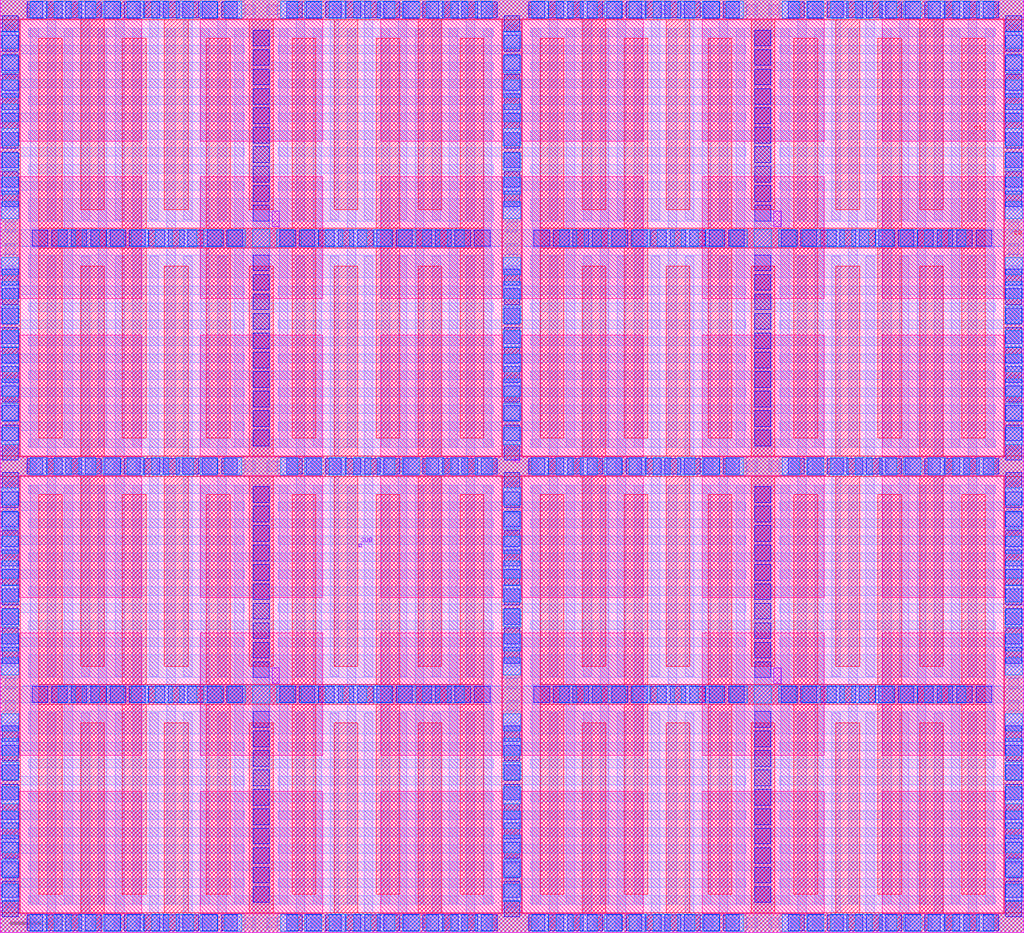
<source format=lef>
# Copyright 2020 The SkyWater PDK Authors
#
# Licensed under the Apache License, Version 2.0 (the "License");
# you may not use this file except in compliance with the License.
# You may obtain a copy of the License at
#
#     https://www.apache.org/licenses/LICENSE-2.0
#
# Unless required by applicable law or agreed to in writing, software
# distributed under the License is distributed on an "AS IS" BASIS,
# WITHOUT WARRANTIES OR CONDITIONS OF ANY KIND, either express or implied.
# See the License for the specific language governing permissions and
# limitations under the License.
#
# SPDX-License-Identifier: Apache-2.0

VERSION 5.7 ;
  NOWIREEXTENSIONATPIN ON ;
  DIVIDERCHAR "/" ;
  BUSBITCHARS "[]" ;
MACRO sky130_fd_pr__cap_vpp_08p6x07p8_m1m2m3_shieldl1m5_floatm4_top
  CLASS BLOCK ;
  FOREIGN sky130_fd_pr__cap_vpp_08p6x07p8_m1m2m3_shieldl1m5_floatm4_top ;
  ORIGIN  0.000000  0.000000 ;
  SIZE  16.83000 BY  15.35000 ;
  PIN C0
    PORT
      LAYER met3 ;
        RECT  0.000000  0.000000 16.830000  0.330000 ;
        RECT  0.000000  0.330000  0.330000  7.510000 ;
        RECT  0.000000  7.510000 16.830000  7.840000 ;
        RECT  0.000000  7.840000  0.330000 15.020000 ;
        RECT  0.000000 15.020000 16.830000 15.350000 ;
        RECT  1.320000  0.330000  1.710000  3.455000 ;
        RECT  1.320000  4.385000  1.710000  7.510000 ;
        RECT  1.320000  7.840000  1.710000 10.965000 ;
        RECT  1.320000 11.895000  1.710000 15.020000 ;
        RECT  2.700000  0.330000  3.090000  3.455000 ;
        RECT  2.700000  4.385000  3.090000  7.510000 ;
        RECT  2.700000  7.840000  3.090000 10.965000 ;
        RECT  2.700000 11.895000  3.090000 15.020000 ;
        RECT  4.095000  0.330000  4.485000  3.455000 ;
        RECT  4.095000  4.385000  4.485000  7.510000 ;
        RECT  4.095000  7.840000  4.485000 10.965000 ;
        RECT  4.095000 11.895000  4.485000 15.020000 ;
        RECT  5.490000  0.330000  5.880000  3.455000 ;
        RECT  5.490000  4.385000  5.880000  7.510000 ;
        RECT  5.490000  7.840000  5.880000 10.965000 ;
        RECT  5.490000 11.895000  5.880000 15.020000 ;
        RECT  6.870000  0.330000  7.260000  3.455000 ;
        RECT  6.870000  4.385000  7.260000  7.510000 ;
        RECT  6.870000  7.840000  7.260000 10.965000 ;
        RECT  6.870000 11.895000  7.260000 15.020000 ;
        RECT  8.250000  0.330000  8.580000  7.510000 ;
        RECT  8.250000  7.840000  8.580000 15.020000 ;
        RECT  9.570000  0.330000  9.960000  3.455000 ;
        RECT  9.570000  4.385000  9.960000  7.510000 ;
        RECT  9.570000  7.840000  9.960000 10.965000 ;
        RECT  9.570000 11.895000  9.960000 15.020000 ;
        RECT 10.950000  0.330000 11.340000  3.455000 ;
        RECT 10.950000  4.385000 11.340000  7.510000 ;
        RECT 10.950000  7.840000 11.340000 10.965000 ;
        RECT 10.950000 11.895000 11.340000 15.020000 ;
        RECT 12.345000  0.330000 12.735000  3.455000 ;
        RECT 12.345000  4.385000 12.735000  7.510000 ;
        RECT 12.345000  7.840000 12.735000 10.965000 ;
        RECT 12.345000 11.895000 12.735000 15.020000 ;
        RECT 13.740000  0.330000 14.130000  3.455000 ;
        RECT 13.740000  4.385000 14.130000  7.510000 ;
        RECT 13.740000  7.840000 14.130000 10.965000 ;
        RECT 13.740000 11.895000 14.130000 15.020000 ;
        RECT 15.120000  0.330000 15.510000  3.455000 ;
        RECT 15.120000  4.385000 15.510000  7.510000 ;
        RECT 15.120000  7.840000 15.510000 10.965000 ;
        RECT 15.120000 11.895000 15.510000 15.020000 ;
        RECT 16.500000  0.330000 16.830000  7.510000 ;
        RECT 16.500000  7.840000 16.830000 15.020000 ;
    END
  END C0
  PIN C1
    PORT
      LAYER met3 ;
        RECT  0.630000  0.630000  1.020000  3.755000 ;
        RECT  0.630000  3.755000  7.950000  4.085000 ;
        RECT  0.630000  4.085000  1.020000  7.210000 ;
        RECT  0.630000  8.140000  1.020000 11.265000 ;
        RECT  0.630000 11.265000  7.950000 11.595000 ;
        RECT  0.630000 11.595000  1.020000 14.720000 ;
        RECT  2.010000  0.630000  2.400000  3.755000 ;
        RECT  2.010000  4.085000  2.400000  7.210000 ;
        RECT  2.010000  8.140000  2.400000 11.265000 ;
        RECT  2.010000 11.595000  2.400000 14.720000 ;
        RECT  3.390000  0.630000  3.780000  3.755000 ;
        RECT  3.390000  4.085000  3.780000  7.210000 ;
        RECT  3.390000  8.140000  3.780000 11.265000 ;
        RECT  3.390000 11.595000  3.780000 14.720000 ;
        RECT  4.800000  0.630000  5.190000  3.755000 ;
        RECT  4.800000  4.085000  5.190000  7.210000 ;
        RECT  4.800000  8.140000  5.190000 11.265000 ;
        RECT  4.800000 11.595000  5.190000 14.720000 ;
        RECT  6.180000  0.630000  6.570000  3.755000 ;
        RECT  6.180000  4.085000  6.570000  7.210000 ;
        RECT  6.180000  8.140000  6.570000 11.265000 ;
        RECT  6.180000 11.595000  6.570000 14.720000 ;
        RECT  7.560000  0.630000  7.950000  3.755000 ;
        RECT  7.560000  4.085000  7.950000  7.210000 ;
        RECT  7.560000  8.140000  7.950000 11.265000 ;
        RECT  7.560000 11.595000  7.950000 14.720000 ;
        RECT  8.880000  0.630000  9.270000  3.755000 ;
        RECT  8.880000  3.755000 16.200000  4.085000 ;
        RECT  8.880000  4.085000  9.270000  7.210000 ;
        RECT  8.880000  8.140000  9.270000 11.265000 ;
        RECT  8.880000 11.265000 16.200000 11.595000 ;
        RECT  8.880000 11.595000  9.270000 14.720000 ;
        RECT 10.260000  0.630000 10.650000  3.755000 ;
        RECT 10.260000  4.085000 10.650000  7.210000 ;
        RECT 10.260000  8.140000 10.650000 11.265000 ;
        RECT 10.260000 11.595000 10.650000 14.720000 ;
        RECT 11.640000  0.630000 12.030000  3.755000 ;
        RECT 11.640000  4.085000 12.030000  7.210000 ;
        RECT 11.640000  8.140000 12.030000 11.265000 ;
        RECT 11.640000 11.595000 12.030000 14.720000 ;
        RECT 13.050000  0.630000 13.440000  3.755000 ;
        RECT 13.050000  4.085000 13.440000  7.210000 ;
        RECT 13.050000  8.140000 13.440000 11.265000 ;
        RECT 13.050000 11.595000 13.440000 14.720000 ;
        RECT 14.430000  0.630000 14.820000  3.755000 ;
        RECT 14.430000  4.085000 14.820000  7.210000 ;
        RECT 14.430000  8.140000 14.820000 11.265000 ;
        RECT 14.430000 11.595000 14.820000 14.720000 ;
        RECT 15.810000  0.630000 16.200000  3.755000 ;
        RECT 15.810000  4.085000 16.200000  7.210000 ;
        RECT 15.810000  8.140000 16.200000 11.265000 ;
        RECT 15.810000 11.595000 16.200000 14.720000 ;
    END
  END C1
  PIN M5
    PORT
      LAYER met5 ;
        RECT 0.000000 0.000000 16.830000 15.350000 ;
    END
  END M5
  PIN SUB
    PORT
      LAYER pwell ;
        RECT 5.895000 6.345000 5.945000 6.395000 ;
    END
  END SUB
  OBS
    LAYER li1 ;
      RECT 0.000000 0.000000 16.830000 15.350000 ;
    LAYER mcon ;
      RECT  0.080000  0.415000  0.250000  0.585000 ;
      RECT  0.080000  0.775000  0.250000  0.945000 ;
      RECT  0.080000  1.135000  0.250000  1.305000 ;
      RECT  0.080000  1.495000  0.250000  1.665000 ;
      RECT  0.080000  1.855000  0.250000  2.025000 ;
      RECT  0.080000  2.215000  0.250000  2.385000 ;
      RECT  0.080000  2.575000  0.250000  2.745000 ;
      RECT  0.080000  2.935000  0.250000  3.105000 ;
      RECT  0.080000  3.295000  0.250000  3.465000 ;
      RECT  0.080000  3.655000  0.250000  3.825000 ;
      RECT  0.080000  4.015000  0.250000  4.185000 ;
      RECT  0.080000  4.375000  0.250000  4.545000 ;
      RECT  0.080000  4.735000  0.250000  4.905000 ;
      RECT  0.080000  5.095000  0.250000  5.265000 ;
      RECT  0.080000  5.455000  0.250000  5.625000 ;
      RECT  0.080000  5.815000  0.250000  5.985000 ;
      RECT  0.080000  6.175000  0.250000  6.345000 ;
      RECT  0.080000  6.535000  0.250000  6.705000 ;
      RECT  0.080000  6.895000  0.250000  7.065000 ;
      RECT  0.080000  7.255000  0.250000  7.425000 ;
      RECT  0.080000  7.925000  0.250000  8.095000 ;
      RECT  0.080000  8.285000  0.250000  8.455000 ;
      RECT  0.080000  8.645000  0.250000  8.815000 ;
      RECT  0.080000  9.005000  0.250000  9.175000 ;
      RECT  0.080000  9.365000  0.250000  9.535000 ;
      RECT  0.080000  9.725000  0.250000  9.895000 ;
      RECT  0.080000 10.085000  0.250000 10.255000 ;
      RECT  0.080000 10.445000  0.250000 10.615000 ;
      RECT  0.080000 10.805000  0.250000 10.975000 ;
      RECT  0.080000 11.165000  0.250000 11.335000 ;
      RECT  0.080000 11.525000  0.250000 11.695000 ;
      RECT  0.080000 11.885000  0.250000 12.055000 ;
      RECT  0.080000 12.245000  0.250000 12.415000 ;
      RECT  0.080000 12.605000  0.250000 12.775000 ;
      RECT  0.080000 12.965000  0.250000 13.135000 ;
      RECT  0.080000 13.325000  0.250000 13.495000 ;
      RECT  0.080000 13.685000  0.250000 13.855000 ;
      RECT  0.080000 14.045000  0.250000 14.215000 ;
      RECT  0.080000 14.405000  0.250000 14.575000 ;
      RECT  0.080000 14.765000  0.250000 14.935000 ;
      RECT  0.425000  0.080000  0.595000  0.250000 ;
      RECT  0.425000  7.590000  0.595000  7.760000 ;
      RECT  0.425000 15.100000  0.595000 15.270000 ;
      RECT  0.785000  0.080000  0.955000  0.250000 ;
      RECT  0.785000  7.590000  0.955000  7.760000 ;
      RECT  0.785000 15.100000  0.955000 15.270000 ;
      RECT  1.145000  0.080000  1.315000  0.250000 ;
      RECT  1.145000  7.590000  1.315000  7.760000 ;
      RECT  1.145000 15.100000  1.315000 15.270000 ;
      RECT  1.505000  0.080000  1.675000  0.250000 ;
      RECT  1.505000  7.590000  1.675000  7.760000 ;
      RECT  1.505000 15.100000  1.675000 15.270000 ;
      RECT  1.865000  0.080000  2.035000  0.250000 ;
      RECT  1.865000  7.590000  2.035000  7.760000 ;
      RECT  1.865000 15.100000  2.035000 15.270000 ;
      RECT  2.225000  0.080000  2.395000  0.250000 ;
      RECT  2.225000  7.590000  2.395000  7.760000 ;
      RECT  2.225000 15.100000  2.395000 15.270000 ;
      RECT  2.585000  0.080000  2.755000  0.250000 ;
      RECT  2.585000  7.590000  2.755000  7.760000 ;
      RECT  2.585000 15.100000  2.755000 15.270000 ;
      RECT  2.945000  0.080000  3.115000  0.250000 ;
      RECT  2.945000  7.590000  3.115000  7.760000 ;
      RECT  2.945000 15.100000  3.115000 15.270000 ;
      RECT  3.305000  0.080000  3.475000  0.250000 ;
      RECT  3.305000  7.590000  3.475000  7.760000 ;
      RECT  3.305000 15.100000  3.475000 15.270000 ;
      RECT  3.665000  0.080000  3.835000  0.250000 ;
      RECT  3.665000  7.590000  3.835000  7.760000 ;
      RECT  3.665000 15.100000  3.835000 15.270000 ;
      RECT  4.025000  0.080000  4.195000  0.250000 ;
      RECT  4.025000  7.590000  4.195000  7.760000 ;
      RECT  4.025000 15.100000  4.195000 15.270000 ;
      RECT  4.385000  0.080000  4.555000  0.250000 ;
      RECT  4.385000  7.590000  4.555000  7.760000 ;
      RECT  4.385000 15.100000  4.555000 15.270000 ;
      RECT  4.745000  0.080000  4.915000  0.250000 ;
      RECT  4.745000  7.590000  4.915000  7.760000 ;
      RECT  4.745000 15.100000  4.915000 15.270000 ;
      RECT  5.105000  0.080000  5.275000  0.250000 ;
      RECT  5.105000  7.590000  5.275000  7.760000 ;
      RECT  5.105000 15.100000  5.275000 15.270000 ;
      RECT  5.465000  0.080000  5.635000  0.250000 ;
      RECT  5.465000  7.590000  5.635000  7.760000 ;
      RECT  5.465000 15.100000  5.635000 15.270000 ;
      RECT  5.825000  0.080000  5.995000  0.250000 ;
      RECT  5.825000  7.590000  5.995000  7.760000 ;
      RECT  5.825000 15.100000  5.995000 15.270000 ;
      RECT  6.185000  0.080000  6.355000  0.250000 ;
      RECT  6.185000  7.590000  6.355000  7.760000 ;
      RECT  6.185000 15.100000  6.355000 15.270000 ;
      RECT  6.545000  0.080000  6.715000  0.250000 ;
      RECT  6.545000  7.590000  6.715000  7.760000 ;
      RECT  6.545000 15.100000  6.715000 15.270000 ;
      RECT  6.905000  0.080000  7.075000  0.250000 ;
      RECT  6.905000  7.590000  7.075000  7.760000 ;
      RECT  6.905000 15.100000  7.075000 15.270000 ;
      RECT  7.265000  0.080000  7.435000  0.250000 ;
      RECT  7.265000  7.590000  7.435000  7.760000 ;
      RECT  7.265000 15.100000  7.435000 15.270000 ;
      RECT  7.625000  0.080000  7.795000  0.250000 ;
      RECT  7.625000  7.590000  7.795000  7.760000 ;
      RECT  7.625000 15.100000  7.795000 15.270000 ;
      RECT  7.985000  0.080000  8.155000  0.250000 ;
      RECT  7.985000  7.590000  8.155000  7.760000 ;
      RECT  7.985000 15.100000  8.155000 15.270000 ;
      RECT  8.330000  0.415000  8.500000  0.585000 ;
      RECT  8.330000  0.775000  8.500000  0.945000 ;
      RECT  8.330000  1.135000  8.500000  1.305000 ;
      RECT  8.330000  1.495000  8.500000  1.665000 ;
      RECT  8.330000  1.855000  8.500000  2.025000 ;
      RECT  8.330000  2.215000  8.500000  2.385000 ;
      RECT  8.330000  2.575000  8.500000  2.745000 ;
      RECT  8.330000  2.935000  8.500000  3.105000 ;
      RECT  8.330000  3.295000  8.500000  3.465000 ;
      RECT  8.330000  3.655000  8.500000  3.825000 ;
      RECT  8.330000  4.015000  8.500000  4.185000 ;
      RECT  8.330000  4.375000  8.500000  4.545000 ;
      RECT  8.330000  4.735000  8.500000  4.905000 ;
      RECT  8.330000  5.095000  8.500000  5.265000 ;
      RECT  8.330000  5.455000  8.500000  5.625000 ;
      RECT  8.330000  5.815000  8.500000  5.985000 ;
      RECT  8.330000  6.175000  8.500000  6.345000 ;
      RECT  8.330000  6.535000  8.500000  6.705000 ;
      RECT  8.330000  6.895000  8.500000  7.065000 ;
      RECT  8.330000  7.255000  8.500000  7.425000 ;
      RECT  8.330000  7.925000  8.500000  8.095000 ;
      RECT  8.330000  8.285000  8.500000  8.455000 ;
      RECT  8.330000  8.645000  8.500000  8.815000 ;
      RECT  8.330000  9.005000  8.500000  9.175000 ;
      RECT  8.330000  9.365000  8.500000  9.535000 ;
      RECT  8.330000  9.725000  8.500000  9.895000 ;
      RECT  8.330000 10.085000  8.500000 10.255000 ;
      RECT  8.330000 10.445000  8.500000 10.615000 ;
      RECT  8.330000 10.805000  8.500000 10.975000 ;
      RECT  8.330000 11.165000  8.500000 11.335000 ;
      RECT  8.330000 11.525000  8.500000 11.695000 ;
      RECT  8.330000 11.885000  8.500000 12.055000 ;
      RECT  8.330000 12.245000  8.500000 12.415000 ;
      RECT  8.330000 12.605000  8.500000 12.775000 ;
      RECT  8.330000 12.965000  8.500000 13.135000 ;
      RECT  8.330000 13.325000  8.500000 13.495000 ;
      RECT  8.330000 13.685000  8.500000 13.855000 ;
      RECT  8.330000 14.045000  8.500000 14.215000 ;
      RECT  8.330000 14.405000  8.500000 14.575000 ;
      RECT  8.330000 14.765000  8.500000 14.935000 ;
      RECT  8.675000  0.080000  8.845000  0.250000 ;
      RECT  8.675000  7.590000  8.845000  7.760000 ;
      RECT  8.675000 15.100000  8.845000 15.270000 ;
      RECT  9.035000  0.080000  9.205000  0.250000 ;
      RECT  9.035000  7.590000  9.205000  7.760000 ;
      RECT  9.035000 15.100000  9.205000 15.270000 ;
      RECT  9.395000  0.080000  9.565000  0.250000 ;
      RECT  9.395000  7.590000  9.565000  7.760000 ;
      RECT  9.395000 15.100000  9.565000 15.270000 ;
      RECT  9.755000  0.080000  9.925000  0.250000 ;
      RECT  9.755000  7.590000  9.925000  7.760000 ;
      RECT  9.755000 15.100000  9.925000 15.270000 ;
      RECT 10.115000  0.080000 10.285000  0.250000 ;
      RECT 10.115000  7.590000 10.285000  7.760000 ;
      RECT 10.115000 15.100000 10.285000 15.270000 ;
      RECT 10.475000  0.080000 10.645000  0.250000 ;
      RECT 10.475000  7.590000 10.645000  7.760000 ;
      RECT 10.475000 15.100000 10.645000 15.270000 ;
      RECT 10.835000  0.080000 11.005000  0.250000 ;
      RECT 10.835000  7.590000 11.005000  7.760000 ;
      RECT 10.835000 15.100000 11.005000 15.270000 ;
      RECT 11.195000  0.080000 11.365000  0.250000 ;
      RECT 11.195000  7.590000 11.365000  7.760000 ;
      RECT 11.195000 15.100000 11.365000 15.270000 ;
      RECT 11.555000  0.080000 11.725000  0.250000 ;
      RECT 11.555000  7.590000 11.725000  7.760000 ;
      RECT 11.555000 15.100000 11.725000 15.270000 ;
      RECT 11.915000  0.080000 12.085000  0.250000 ;
      RECT 11.915000  7.590000 12.085000  7.760000 ;
      RECT 11.915000 15.100000 12.085000 15.270000 ;
      RECT 12.275000  0.080000 12.445000  0.250000 ;
      RECT 12.275000  7.590000 12.445000  7.760000 ;
      RECT 12.275000 15.100000 12.445000 15.270000 ;
      RECT 12.635000  0.080000 12.805000  0.250000 ;
      RECT 12.635000  7.590000 12.805000  7.760000 ;
      RECT 12.635000 15.100000 12.805000 15.270000 ;
      RECT 12.995000  0.080000 13.165000  0.250000 ;
      RECT 12.995000  7.590000 13.165000  7.760000 ;
      RECT 12.995000 15.100000 13.165000 15.270000 ;
      RECT 13.355000  0.080000 13.525000  0.250000 ;
      RECT 13.355000  7.590000 13.525000  7.760000 ;
      RECT 13.355000 15.100000 13.525000 15.270000 ;
      RECT 13.715000  0.080000 13.885000  0.250000 ;
      RECT 13.715000  7.590000 13.885000  7.760000 ;
      RECT 13.715000 15.100000 13.885000 15.270000 ;
      RECT 14.075000  0.080000 14.245000  0.250000 ;
      RECT 14.075000  7.590000 14.245000  7.760000 ;
      RECT 14.075000 15.100000 14.245000 15.270000 ;
      RECT 14.435000  0.080000 14.605000  0.250000 ;
      RECT 14.435000  7.590000 14.605000  7.760000 ;
      RECT 14.435000 15.100000 14.605000 15.270000 ;
      RECT 14.795000  0.080000 14.965000  0.250000 ;
      RECT 14.795000  7.590000 14.965000  7.760000 ;
      RECT 14.795000 15.100000 14.965000 15.270000 ;
      RECT 15.155000  0.080000 15.325000  0.250000 ;
      RECT 15.155000  7.590000 15.325000  7.760000 ;
      RECT 15.155000 15.100000 15.325000 15.270000 ;
      RECT 15.515000  0.080000 15.685000  0.250000 ;
      RECT 15.515000  7.590000 15.685000  7.760000 ;
      RECT 15.515000 15.100000 15.685000 15.270000 ;
      RECT 15.875000  0.080000 16.045000  0.250000 ;
      RECT 15.875000  7.590000 16.045000  7.760000 ;
      RECT 15.875000 15.100000 16.045000 15.270000 ;
      RECT 16.235000  0.080000 16.405000  0.250000 ;
      RECT 16.235000  7.590000 16.405000  7.760000 ;
      RECT 16.235000 15.100000 16.405000 15.270000 ;
      RECT 16.580000  0.415000 16.750000  0.585000 ;
      RECT 16.580000  0.775000 16.750000  0.945000 ;
      RECT 16.580000  1.135000 16.750000  1.305000 ;
      RECT 16.580000  1.495000 16.750000  1.665000 ;
      RECT 16.580000  1.855000 16.750000  2.025000 ;
      RECT 16.580000  2.215000 16.750000  2.385000 ;
      RECT 16.580000  2.575000 16.750000  2.745000 ;
      RECT 16.580000  2.935000 16.750000  3.105000 ;
      RECT 16.580000  3.295000 16.750000  3.465000 ;
      RECT 16.580000  3.655000 16.750000  3.825000 ;
      RECT 16.580000  4.015000 16.750000  4.185000 ;
      RECT 16.580000  4.375000 16.750000  4.545000 ;
      RECT 16.580000  4.735000 16.750000  4.905000 ;
      RECT 16.580000  5.095000 16.750000  5.265000 ;
      RECT 16.580000  5.455000 16.750000  5.625000 ;
      RECT 16.580000  5.815000 16.750000  5.985000 ;
      RECT 16.580000  6.175000 16.750000  6.345000 ;
      RECT 16.580000  6.535000 16.750000  6.705000 ;
      RECT 16.580000  6.895000 16.750000  7.065000 ;
      RECT 16.580000  7.255000 16.750000  7.425000 ;
      RECT 16.580000  7.925000 16.750000  8.095000 ;
      RECT 16.580000  8.285000 16.750000  8.455000 ;
      RECT 16.580000  8.645000 16.750000  8.815000 ;
      RECT 16.580000  9.005000 16.750000  9.175000 ;
      RECT 16.580000  9.365000 16.750000  9.535000 ;
      RECT 16.580000  9.725000 16.750000  9.895000 ;
      RECT 16.580000 10.085000 16.750000 10.255000 ;
      RECT 16.580000 10.445000 16.750000 10.615000 ;
      RECT 16.580000 10.805000 16.750000 10.975000 ;
      RECT 16.580000 11.165000 16.750000 11.335000 ;
      RECT 16.580000 11.525000 16.750000 11.695000 ;
      RECT 16.580000 11.885000 16.750000 12.055000 ;
      RECT 16.580000 12.245000 16.750000 12.415000 ;
      RECT 16.580000 12.605000 16.750000 12.775000 ;
      RECT 16.580000 12.965000 16.750000 13.135000 ;
      RECT 16.580000 13.325000 16.750000 13.495000 ;
      RECT 16.580000 13.685000 16.750000 13.855000 ;
      RECT 16.580000 14.045000 16.750000 14.215000 ;
      RECT 16.580000 14.405000 16.750000 14.575000 ;
      RECT 16.580000 14.765000 16.750000 14.935000 ;
    LAYER met1 ;
      RECT  0.000000  0.000000 16.830000  0.330000 ;
      RECT  0.000000  0.330000  0.330000  7.510000 ;
      RECT  0.000000  7.510000 16.830000  7.840000 ;
      RECT  0.000000  7.840000  0.330000 15.020000 ;
      RECT  0.000000 15.020000 16.830000 15.350000 ;
      RECT  0.495000  0.470000  0.635000  3.760000 ;
      RECT  0.495000  3.760000  8.085000  4.080000 ;
      RECT  0.495000  4.080000  0.635000  7.370000 ;
      RECT  0.495000  7.980000  0.635000 11.270000 ;
      RECT  0.495000 11.270000  8.085000 11.590000 ;
      RECT  0.495000 11.590000  0.635000 14.880000 ;
      RECT  0.775000  0.330000  0.915000  3.620000 ;
      RECT  0.775000  4.220000  0.915000  7.510000 ;
      RECT  0.775000  7.840000  0.915000 11.130000 ;
      RECT  0.775000 11.730000  0.915000 15.020000 ;
      RECT  1.055000  0.470000  1.195000  3.760000 ;
      RECT  1.055000  4.080000  1.195000  7.370000 ;
      RECT  1.055000  7.980000  1.195000 11.270000 ;
      RECT  1.055000 11.590000  1.195000 14.880000 ;
      RECT  1.335000  0.330000  1.475000  3.620000 ;
      RECT  1.335000  4.220000  1.475000  7.510000 ;
      RECT  1.335000  7.840000  1.475000 11.130000 ;
      RECT  1.335000 11.730000  1.475000 15.020000 ;
      RECT  1.615000  0.470000  1.755000  3.760000 ;
      RECT  1.615000  4.080000  1.755000  7.370000 ;
      RECT  1.615000  7.980000  1.755000 11.270000 ;
      RECT  1.615000 11.590000  1.755000 14.880000 ;
      RECT  1.895000  0.330000  2.035000  3.620000 ;
      RECT  1.895000  4.220000  2.035000  7.510000 ;
      RECT  1.895000  7.840000  2.035000 11.130000 ;
      RECT  1.895000 11.730000  2.035000 15.020000 ;
      RECT  2.175000  0.470000  2.315000  3.760000 ;
      RECT  2.175000  4.080000  2.315000  7.370000 ;
      RECT  2.175000  7.980000  2.315000 11.270000 ;
      RECT  2.175000 11.590000  2.315000 14.880000 ;
      RECT  2.455000  0.330000  2.595000  3.620000 ;
      RECT  2.455000  4.220000  2.595000  7.510000 ;
      RECT  2.455000  7.840000  2.595000 11.130000 ;
      RECT  2.455000 11.730000  2.595000 15.020000 ;
      RECT  2.735000  0.470000  2.875000  3.760000 ;
      RECT  2.735000  4.080000  2.875000  7.370000 ;
      RECT  2.735000  7.980000  2.875000 11.270000 ;
      RECT  2.735000 11.590000  2.875000 14.880000 ;
      RECT  3.015000  0.330000  3.155000  3.620000 ;
      RECT  3.015000  4.220000  3.155000  7.510000 ;
      RECT  3.015000  7.840000  3.155000 11.130000 ;
      RECT  3.015000 11.730000  3.155000 15.020000 ;
      RECT  3.295000  0.470000  3.435000  3.760000 ;
      RECT  3.295000  4.080000  3.435000  7.370000 ;
      RECT  3.295000  7.980000  3.435000 11.270000 ;
      RECT  3.295000 11.590000  3.435000 14.880000 ;
      RECT  3.575000  0.330000  3.715000  3.620000 ;
      RECT  3.575000  4.220000  3.715000  7.510000 ;
      RECT  3.575000  7.840000  3.715000 11.130000 ;
      RECT  3.575000 11.730000  3.715000 15.020000 ;
      RECT  3.855000  0.470000  3.995000  3.760000 ;
      RECT  3.855000  4.080000  3.995000  7.370000 ;
      RECT  3.855000  7.980000  3.995000 11.270000 ;
      RECT  3.855000 11.590000  3.995000 14.880000 ;
      RECT  4.155000  0.470000  4.425000  3.760000 ;
      RECT  4.155000  4.080000  4.425000  7.370000 ;
      RECT  4.155000  7.980000  4.425000 11.270000 ;
      RECT  4.155000 11.590000  4.425000 14.880000 ;
      RECT  4.585000  0.470000  4.725000  3.760000 ;
      RECT  4.585000  4.080000  4.725000  7.370000 ;
      RECT  4.585000  7.980000  4.725000 11.270000 ;
      RECT  4.585000 11.590000  4.725000 14.880000 ;
      RECT  4.865000  0.330000  5.005000  3.620000 ;
      RECT  4.865000  4.220000  5.005000  7.510000 ;
      RECT  4.865000  7.840000  5.005000 11.130000 ;
      RECT  4.865000 11.730000  5.005000 15.020000 ;
      RECT  5.145000  0.470000  5.285000  3.760000 ;
      RECT  5.145000  4.080000  5.285000  7.370000 ;
      RECT  5.145000  7.980000  5.285000 11.270000 ;
      RECT  5.145000 11.590000  5.285000 14.880000 ;
      RECT  5.425000  0.330000  5.565000  3.620000 ;
      RECT  5.425000  4.220000  5.565000  7.510000 ;
      RECT  5.425000  7.840000  5.565000 11.130000 ;
      RECT  5.425000 11.730000  5.565000 15.020000 ;
      RECT  5.705000  0.470000  5.845000  3.760000 ;
      RECT  5.705000  4.080000  5.845000  7.370000 ;
      RECT  5.705000  7.980000  5.845000 11.270000 ;
      RECT  5.705000 11.590000  5.845000 14.880000 ;
      RECT  5.985000  0.330000  6.125000  3.620000 ;
      RECT  5.985000  4.220000  6.125000  7.510000 ;
      RECT  5.985000  7.840000  6.125000 11.130000 ;
      RECT  5.985000 11.730000  6.125000 15.020000 ;
      RECT  6.265000  0.470000  6.405000  3.760000 ;
      RECT  6.265000  4.080000  6.405000  7.370000 ;
      RECT  6.265000  7.980000  6.405000 11.270000 ;
      RECT  6.265000 11.590000  6.405000 14.880000 ;
      RECT  6.545000  0.330000  6.685000  3.620000 ;
      RECT  6.545000  4.220000  6.685000  7.510000 ;
      RECT  6.545000  7.840000  6.685000 11.130000 ;
      RECT  6.545000 11.730000  6.685000 15.020000 ;
      RECT  6.825000  0.470000  6.965000  3.760000 ;
      RECT  6.825000  4.080000  6.965000  7.370000 ;
      RECT  6.825000  7.980000  6.965000 11.270000 ;
      RECT  6.825000 11.590000  6.965000 14.880000 ;
      RECT  7.105000  0.330000  7.245000  3.620000 ;
      RECT  7.105000  4.220000  7.245000  7.510000 ;
      RECT  7.105000  7.840000  7.245000 11.130000 ;
      RECT  7.105000 11.730000  7.245000 15.020000 ;
      RECT  7.385000  0.470000  7.525000  3.760000 ;
      RECT  7.385000  4.080000  7.525000  7.370000 ;
      RECT  7.385000  7.980000  7.525000 11.270000 ;
      RECT  7.385000 11.590000  7.525000 14.880000 ;
      RECT  7.665000  0.330000  7.805000  3.620000 ;
      RECT  7.665000  4.220000  7.805000  7.510000 ;
      RECT  7.665000  7.840000  7.805000 11.130000 ;
      RECT  7.665000 11.730000  7.805000 15.020000 ;
      RECT  7.945000  0.470000  8.085000  3.760000 ;
      RECT  7.945000  4.080000  8.085000  7.370000 ;
      RECT  7.945000  7.980000  8.085000 11.270000 ;
      RECT  7.945000 11.590000  8.085000 14.880000 ;
      RECT  8.250000  0.330000  8.580000  7.510000 ;
      RECT  8.250000  7.840000  8.580000 15.020000 ;
      RECT  8.745000  0.470000  8.885000  3.760000 ;
      RECT  8.745000  3.760000 16.335000  4.080000 ;
      RECT  8.745000  4.080000  8.885000  7.370000 ;
      RECT  8.745000  7.980000  8.885000 11.270000 ;
      RECT  8.745000 11.270000 16.335000 11.590000 ;
      RECT  8.745000 11.590000  8.885000 14.880000 ;
      RECT  9.025000  0.330000  9.165000  3.620000 ;
      RECT  9.025000  4.220000  9.165000  7.510000 ;
      RECT  9.025000  7.840000  9.165000 11.130000 ;
      RECT  9.025000 11.730000  9.165000 15.020000 ;
      RECT  9.305000  0.470000  9.445000  3.760000 ;
      RECT  9.305000  4.080000  9.445000  7.370000 ;
      RECT  9.305000  7.980000  9.445000 11.270000 ;
      RECT  9.305000 11.590000  9.445000 14.880000 ;
      RECT  9.585000  0.330000  9.725000  3.620000 ;
      RECT  9.585000  4.220000  9.725000  7.510000 ;
      RECT  9.585000  7.840000  9.725000 11.130000 ;
      RECT  9.585000 11.730000  9.725000 15.020000 ;
      RECT  9.865000  0.470000 10.005000  3.760000 ;
      RECT  9.865000  4.080000 10.005000  7.370000 ;
      RECT  9.865000  7.980000 10.005000 11.270000 ;
      RECT  9.865000 11.590000 10.005000 14.880000 ;
      RECT 10.145000  0.330000 10.285000  3.620000 ;
      RECT 10.145000  4.220000 10.285000  7.510000 ;
      RECT 10.145000  7.840000 10.285000 11.130000 ;
      RECT 10.145000 11.730000 10.285000 15.020000 ;
      RECT 10.425000  0.470000 10.565000  3.760000 ;
      RECT 10.425000  4.080000 10.565000  7.370000 ;
      RECT 10.425000  7.980000 10.565000 11.270000 ;
      RECT 10.425000 11.590000 10.565000 14.880000 ;
      RECT 10.705000  0.330000 10.845000  3.620000 ;
      RECT 10.705000  4.220000 10.845000  7.510000 ;
      RECT 10.705000  7.840000 10.845000 11.130000 ;
      RECT 10.705000 11.730000 10.845000 15.020000 ;
      RECT 10.985000  0.470000 11.125000  3.760000 ;
      RECT 10.985000  4.080000 11.125000  7.370000 ;
      RECT 10.985000  7.980000 11.125000 11.270000 ;
      RECT 10.985000 11.590000 11.125000 14.880000 ;
      RECT 11.265000  0.330000 11.405000  3.620000 ;
      RECT 11.265000  4.220000 11.405000  7.510000 ;
      RECT 11.265000  7.840000 11.405000 11.130000 ;
      RECT 11.265000 11.730000 11.405000 15.020000 ;
      RECT 11.545000  0.470000 11.685000  3.760000 ;
      RECT 11.545000  4.080000 11.685000  7.370000 ;
      RECT 11.545000  7.980000 11.685000 11.270000 ;
      RECT 11.545000 11.590000 11.685000 14.880000 ;
      RECT 11.825000  0.330000 11.965000  3.620000 ;
      RECT 11.825000  4.220000 11.965000  7.510000 ;
      RECT 11.825000  7.840000 11.965000 11.130000 ;
      RECT 11.825000 11.730000 11.965000 15.020000 ;
      RECT 12.105000  0.470000 12.245000  3.760000 ;
      RECT 12.105000  4.080000 12.245000  7.370000 ;
      RECT 12.105000  7.980000 12.245000 11.270000 ;
      RECT 12.105000 11.590000 12.245000 14.880000 ;
      RECT 12.405000  0.470000 12.675000  3.760000 ;
      RECT 12.405000  4.080000 12.675000  7.370000 ;
      RECT 12.405000  7.980000 12.675000 11.270000 ;
      RECT 12.405000 11.590000 12.675000 14.880000 ;
      RECT 12.835000  0.470000 12.975000  3.760000 ;
      RECT 12.835000  4.080000 12.975000  7.370000 ;
      RECT 12.835000  7.980000 12.975000 11.270000 ;
      RECT 12.835000 11.590000 12.975000 14.880000 ;
      RECT 13.115000  0.330000 13.255000  3.620000 ;
      RECT 13.115000  4.220000 13.255000  7.510000 ;
      RECT 13.115000  7.840000 13.255000 11.130000 ;
      RECT 13.115000 11.730000 13.255000 15.020000 ;
      RECT 13.395000  0.470000 13.535000  3.760000 ;
      RECT 13.395000  4.080000 13.535000  7.370000 ;
      RECT 13.395000  7.980000 13.535000 11.270000 ;
      RECT 13.395000 11.590000 13.535000 14.880000 ;
      RECT 13.675000  0.330000 13.815000  3.620000 ;
      RECT 13.675000  4.220000 13.815000  7.510000 ;
      RECT 13.675000  7.840000 13.815000 11.130000 ;
      RECT 13.675000 11.730000 13.815000 15.020000 ;
      RECT 13.955000  0.470000 14.095000  3.760000 ;
      RECT 13.955000  4.080000 14.095000  7.370000 ;
      RECT 13.955000  7.980000 14.095000 11.270000 ;
      RECT 13.955000 11.590000 14.095000 14.880000 ;
      RECT 14.235000  0.330000 14.375000  3.620000 ;
      RECT 14.235000  4.220000 14.375000  7.510000 ;
      RECT 14.235000  7.840000 14.375000 11.130000 ;
      RECT 14.235000 11.730000 14.375000 15.020000 ;
      RECT 14.515000  0.470000 14.655000  3.760000 ;
      RECT 14.515000  4.080000 14.655000  7.370000 ;
      RECT 14.515000  7.980000 14.655000 11.270000 ;
      RECT 14.515000 11.590000 14.655000 14.880000 ;
      RECT 14.795000  0.330000 14.935000  3.620000 ;
      RECT 14.795000  4.220000 14.935000  7.510000 ;
      RECT 14.795000  7.840000 14.935000 11.130000 ;
      RECT 14.795000 11.730000 14.935000 15.020000 ;
      RECT 15.075000  0.470000 15.215000  3.760000 ;
      RECT 15.075000  4.080000 15.215000  7.370000 ;
      RECT 15.075000  7.980000 15.215000 11.270000 ;
      RECT 15.075000 11.590000 15.215000 14.880000 ;
      RECT 15.355000  0.330000 15.495000  3.620000 ;
      RECT 15.355000  4.220000 15.495000  7.510000 ;
      RECT 15.355000  7.840000 15.495000 11.130000 ;
      RECT 15.355000 11.730000 15.495000 15.020000 ;
      RECT 15.635000  0.470000 15.775000  3.760000 ;
      RECT 15.635000  4.080000 15.775000  7.370000 ;
      RECT 15.635000  7.980000 15.775000 11.270000 ;
      RECT 15.635000 11.590000 15.775000 14.880000 ;
      RECT 15.915000  0.330000 16.055000  3.620000 ;
      RECT 15.915000  4.220000 16.055000  7.510000 ;
      RECT 15.915000  7.840000 16.055000 11.130000 ;
      RECT 15.915000 11.730000 16.055000 15.020000 ;
      RECT 16.195000  0.470000 16.335000  3.760000 ;
      RECT 16.195000  4.080000 16.335000  7.370000 ;
      RECT 16.195000  7.980000 16.335000 11.270000 ;
      RECT 16.195000 11.590000 16.335000 14.880000 ;
      RECT 16.500000  0.330000 16.830000  7.510000 ;
      RECT 16.500000  7.840000 16.830000 15.020000 ;
    LAYER met2 ;
      RECT  0.000000  0.000000  4.015000  0.330000 ;
      RECT  0.000000  0.330000  0.330000  0.750000 ;
      RECT  0.000000  0.750000  4.010000  0.890000 ;
      RECT  0.000000  0.890000  0.330000  1.310000 ;
      RECT  0.000000  1.310000  4.010000  1.450000 ;
      RECT  0.000000  1.450000  0.330000  1.870000 ;
      RECT  0.000000  1.870000  4.010000  2.010000 ;
      RECT  0.000000  2.010000  0.330000  2.430000 ;
      RECT  0.000000  2.430000  4.010000  2.570000 ;
      RECT  0.000000  2.570000  0.330000  2.990000 ;
      RECT  0.000000  2.990000  4.010000  3.130000 ;
      RECT  0.000000  3.130000  0.330000  3.645000 ;
      RECT  0.000000  3.785000 16.830000  4.055000 ;
      RECT  0.000000  4.195000  0.330000  4.710000 ;
      RECT  0.000000  4.710000  4.010000  4.850000 ;
      RECT  0.000000  4.850000  0.330000  5.270000 ;
      RECT  0.000000  5.270000  4.010000  5.410000 ;
      RECT  0.000000  5.410000  0.330000  5.830000 ;
      RECT  0.000000  5.830000  4.010000  5.970000 ;
      RECT  0.000000  5.970000  0.330000  6.390000 ;
      RECT  0.000000  6.390000  4.010000  6.530000 ;
      RECT  0.000000  6.530000  0.330000  6.950000 ;
      RECT  0.000000  6.950000  4.010000  7.090000 ;
      RECT  0.000000  7.090000  0.330000  7.510000 ;
      RECT  0.000000  7.510000  4.015000  7.840000 ;
      RECT  0.000000  7.840000  0.330000  8.260000 ;
      RECT  0.000000  8.260000  4.010000  8.400000 ;
      RECT  0.000000  8.400000  0.330000  8.820000 ;
      RECT  0.000000  8.820000  4.010000  8.960000 ;
      RECT  0.000000  8.960000  0.330000  9.380000 ;
      RECT  0.000000  9.380000  4.010000  9.520000 ;
      RECT  0.000000  9.520000  0.330000  9.940000 ;
      RECT  0.000000  9.940000  4.010000 10.080000 ;
      RECT  0.000000 10.080000  0.330000 10.500000 ;
      RECT  0.000000 10.500000  4.010000 10.640000 ;
      RECT  0.000000 10.640000  0.330000 11.155000 ;
      RECT  0.000000 11.295000 16.830000 11.565000 ;
      RECT  0.000000 11.705000  0.330000 12.220000 ;
      RECT  0.000000 12.220000  4.010000 12.360000 ;
      RECT  0.000000 12.360000  0.330000 12.780000 ;
      RECT  0.000000 12.780000  4.010000 12.920000 ;
      RECT  0.000000 12.920000  0.330000 13.340000 ;
      RECT  0.000000 13.340000  4.010000 13.480000 ;
      RECT  0.000000 13.480000  0.330000 13.900000 ;
      RECT  0.000000 13.900000  4.010000 14.040000 ;
      RECT  0.000000 14.040000  0.330000 14.460000 ;
      RECT  0.000000 14.460000  4.010000 14.600000 ;
      RECT  0.000000 14.600000  0.330000 15.020000 ;
      RECT  0.000000 15.020000  4.015000 15.350000 ;
      RECT  0.370000  3.780000  8.210000  3.785000 ;
      RECT  0.370000  4.055000  8.210000  4.060000 ;
      RECT  0.370000 11.290000  8.210000 11.295000 ;
      RECT  0.370000 11.565000  8.210000 11.570000 ;
      RECT  0.470000  0.470000  8.110000  0.610000 ;
      RECT  0.470000  1.030000  8.110000  1.170000 ;
      RECT  0.470000  1.590000  8.110000  1.730000 ;
      RECT  0.470000  2.150000  8.110000  2.290000 ;
      RECT  0.470000  2.710000  8.110000  2.850000 ;
      RECT  0.470000  3.270000  8.110000  3.640000 ;
      RECT  0.470000  4.200000  8.110000  4.570000 ;
      RECT  0.470000  4.990000  8.110000  5.130000 ;
      RECT  0.470000  5.550000  8.110000  5.690000 ;
      RECT  0.470000  6.110000  8.110000  6.250000 ;
      RECT  0.470000  6.670000  8.110000  6.810000 ;
      RECT  0.470000  7.230000  8.110000  7.370000 ;
      RECT  0.470000  7.980000  8.110000  8.120000 ;
      RECT  0.470000  8.540000  8.110000  8.680000 ;
      RECT  0.470000  9.100000  8.110000  9.240000 ;
      RECT  0.470000  9.660000  8.110000  9.800000 ;
      RECT  0.470000 10.220000  8.110000 10.360000 ;
      RECT  0.470000 10.780000  8.110000 11.150000 ;
      RECT  0.470000 11.710000  8.110000 12.080000 ;
      RECT  0.470000 12.500000  8.110000 12.640000 ;
      RECT  0.470000 13.060000  8.110000 13.200000 ;
      RECT  0.470000 13.620000  8.110000 13.760000 ;
      RECT  0.470000 14.180000  8.110000 14.320000 ;
      RECT  0.470000 14.740000  8.110000 14.880000 ;
      RECT  4.150000  0.610000  4.430000  1.030000 ;
      RECT  4.150000  1.170000  4.430000  1.590000 ;
      RECT  4.150000  1.730000  4.430000  2.150000 ;
      RECT  4.150000  2.290000  4.430000  2.710000 ;
      RECT  4.150000  2.850000  4.430000  3.270000 ;
      RECT  4.150000  3.640000  4.430000  3.780000 ;
      RECT  4.150000  4.060000  4.430000  4.200000 ;
      RECT  4.150000  4.570000  4.430000  4.990000 ;
      RECT  4.150000  5.130000  4.430000  5.550000 ;
      RECT  4.150000  5.690000  4.430000  6.110000 ;
      RECT  4.150000  6.250000  4.430000  6.670000 ;
      RECT  4.150000  6.810000  4.430000  7.230000 ;
      RECT  4.150000  8.120000  4.430000  8.540000 ;
      RECT  4.150000  8.680000  4.430000  9.100000 ;
      RECT  4.150000  9.240000  4.430000  9.660000 ;
      RECT  4.150000  9.800000  4.430000 10.220000 ;
      RECT  4.150000 10.360000  4.430000 10.780000 ;
      RECT  4.150000 11.150000  4.430000 11.290000 ;
      RECT  4.150000 11.570000  4.430000 11.710000 ;
      RECT  4.150000 12.080000  4.430000 12.500000 ;
      RECT  4.150000 12.640000  4.430000 13.060000 ;
      RECT  4.150000 13.200000  4.430000 13.620000 ;
      RECT  4.150000 13.760000  4.430000 14.180000 ;
      RECT  4.150000 14.320000  4.430000 14.740000 ;
      RECT  4.155000  0.000000  4.425000  0.470000 ;
      RECT  4.155000  7.370000  4.425000  7.980000 ;
      RECT  4.155000 14.880000  4.425000 15.350000 ;
      RECT  4.565000  0.000000 12.265000  0.330000 ;
      RECT  4.565000  7.510000 12.265000  7.840000 ;
      RECT  4.565000 15.020000 12.265000 15.350000 ;
      RECT  4.570000  0.750000 12.260000  0.890000 ;
      RECT  4.570000  1.310000 12.260000  1.450000 ;
      RECT  4.570000  1.870000 12.260000  2.010000 ;
      RECT  4.570000  2.430000 12.260000  2.570000 ;
      RECT  4.570000  2.990000 12.260000  3.130000 ;
      RECT  4.570000  4.710000 12.260000  4.850000 ;
      RECT  4.570000  5.270000 12.260000  5.410000 ;
      RECT  4.570000  5.830000 12.260000  5.970000 ;
      RECT  4.570000  6.390000 12.260000  6.530000 ;
      RECT  4.570000  6.950000 12.260000  7.090000 ;
      RECT  4.570000  8.260000 12.260000  8.400000 ;
      RECT  4.570000  8.820000 12.260000  8.960000 ;
      RECT  4.570000  9.380000 12.260000  9.520000 ;
      RECT  4.570000  9.940000 12.260000 10.080000 ;
      RECT  4.570000 10.500000 12.260000 10.640000 ;
      RECT  4.570000 12.220000 12.260000 12.360000 ;
      RECT  4.570000 12.780000 12.260000 12.920000 ;
      RECT  4.570000 13.340000 12.260000 13.480000 ;
      RECT  4.570000 13.900000 12.260000 14.040000 ;
      RECT  4.570000 14.460000 12.260000 14.600000 ;
      RECT  8.250000  0.330000  8.580000  0.750000 ;
      RECT  8.250000  0.890000  8.580000  1.310000 ;
      RECT  8.250000  1.450000  8.580000  1.870000 ;
      RECT  8.250000  2.010000  8.580000  2.430000 ;
      RECT  8.250000  2.570000  8.580000  2.990000 ;
      RECT  8.250000  3.130000  8.580000  3.645000 ;
      RECT  8.250000  4.195000  8.580000  4.710000 ;
      RECT  8.250000  4.850000  8.580000  5.270000 ;
      RECT  8.250000  5.410000  8.580000  5.830000 ;
      RECT  8.250000  5.970000  8.580000  6.390000 ;
      RECT  8.250000  6.530000  8.580000  6.950000 ;
      RECT  8.250000  7.090000  8.580000  7.510000 ;
      RECT  8.250000  7.840000  8.580000  8.260000 ;
      RECT  8.250000  8.400000  8.580000  8.820000 ;
      RECT  8.250000  8.960000  8.580000  9.380000 ;
      RECT  8.250000  9.520000  8.580000  9.940000 ;
      RECT  8.250000 10.080000  8.580000 10.500000 ;
      RECT  8.250000 10.640000  8.580000 11.155000 ;
      RECT  8.250000 11.705000  8.580000 12.220000 ;
      RECT  8.250000 12.360000  8.580000 12.780000 ;
      RECT  8.250000 12.920000  8.580000 13.340000 ;
      RECT  8.250000 13.480000  8.580000 13.900000 ;
      RECT  8.250000 14.040000  8.580000 14.460000 ;
      RECT  8.250000 14.600000  8.580000 15.020000 ;
      RECT  8.620000  3.780000 16.460000  3.785000 ;
      RECT  8.620000  4.055000 16.460000  4.060000 ;
      RECT  8.620000 11.290000 16.460000 11.295000 ;
      RECT  8.620000 11.565000 16.460000 11.570000 ;
      RECT  8.720000  0.470000 16.360000  0.610000 ;
      RECT  8.720000  1.030000 16.360000  1.170000 ;
      RECT  8.720000  1.590000 16.360000  1.730000 ;
      RECT  8.720000  2.150000 16.360000  2.290000 ;
      RECT  8.720000  2.710000 16.360000  2.850000 ;
      RECT  8.720000  3.270000 16.360000  3.640000 ;
      RECT  8.720000  4.200000 16.360000  4.570000 ;
      RECT  8.720000  4.990000 16.360000  5.130000 ;
      RECT  8.720000  5.550000 16.360000  5.690000 ;
      RECT  8.720000  6.110000 16.360000  6.250000 ;
      RECT  8.720000  6.670000 16.360000  6.810000 ;
      RECT  8.720000  7.230000 16.360000  7.370000 ;
      RECT  8.720000  7.980000 16.360000  8.120000 ;
      RECT  8.720000  8.540000 16.360000  8.680000 ;
      RECT  8.720000  9.100000 16.360000  9.240000 ;
      RECT  8.720000  9.660000 16.360000  9.800000 ;
      RECT  8.720000 10.220000 16.360000 10.360000 ;
      RECT  8.720000 10.780000 16.360000 11.150000 ;
      RECT  8.720000 11.710000 16.360000 12.080000 ;
      RECT  8.720000 12.500000 16.360000 12.640000 ;
      RECT  8.720000 13.060000 16.360000 13.200000 ;
      RECT  8.720000 13.620000 16.360000 13.760000 ;
      RECT  8.720000 14.180000 16.360000 14.320000 ;
      RECT  8.720000 14.740000 16.360000 14.880000 ;
      RECT 12.400000  0.610000 12.680000  1.030000 ;
      RECT 12.400000  1.170000 12.680000  1.590000 ;
      RECT 12.400000  1.730000 12.680000  2.150000 ;
      RECT 12.400000  2.290000 12.680000  2.710000 ;
      RECT 12.400000  2.850000 12.680000  3.270000 ;
      RECT 12.400000  3.640000 12.680000  3.780000 ;
      RECT 12.400000  4.060000 12.680000  4.200000 ;
      RECT 12.400000  4.570000 12.680000  4.990000 ;
      RECT 12.400000  5.130000 12.680000  5.550000 ;
      RECT 12.400000  5.690000 12.680000  6.110000 ;
      RECT 12.400000  6.250000 12.680000  6.670000 ;
      RECT 12.400000  6.810000 12.680000  7.230000 ;
      RECT 12.400000  8.120000 12.680000  8.540000 ;
      RECT 12.400000  8.680000 12.680000  9.100000 ;
      RECT 12.400000  9.240000 12.680000  9.660000 ;
      RECT 12.400000  9.800000 12.680000 10.220000 ;
      RECT 12.400000 10.360000 12.680000 10.780000 ;
      RECT 12.400000 11.150000 12.680000 11.290000 ;
      RECT 12.400000 11.570000 12.680000 11.710000 ;
      RECT 12.400000 12.080000 12.680000 12.500000 ;
      RECT 12.400000 12.640000 12.680000 13.060000 ;
      RECT 12.400000 13.200000 12.680000 13.620000 ;
      RECT 12.400000 13.760000 12.680000 14.180000 ;
      RECT 12.400000 14.320000 12.680000 14.740000 ;
      RECT 12.405000  0.000000 12.675000  0.470000 ;
      RECT 12.405000  7.370000 12.675000  7.980000 ;
      RECT 12.405000 14.880000 12.675000 15.350000 ;
      RECT 12.815000  0.000000 16.830000  0.330000 ;
      RECT 12.815000  7.510000 16.830000  7.840000 ;
      RECT 12.815000 15.020000 16.830000 15.350000 ;
      RECT 12.820000  0.750000 16.830000  0.890000 ;
      RECT 12.820000  1.310000 16.830000  1.450000 ;
      RECT 12.820000  1.870000 16.830000  2.010000 ;
      RECT 12.820000  2.430000 16.830000  2.570000 ;
      RECT 12.820000  2.990000 16.830000  3.130000 ;
      RECT 12.820000  4.710000 16.830000  4.850000 ;
      RECT 12.820000  5.270000 16.830000  5.410000 ;
      RECT 12.820000  5.830000 16.830000  5.970000 ;
      RECT 12.820000  6.390000 16.830000  6.530000 ;
      RECT 12.820000  6.950000 16.830000  7.090000 ;
      RECT 12.820000  8.260000 16.830000  8.400000 ;
      RECT 12.820000  8.820000 16.830000  8.960000 ;
      RECT 12.820000  9.380000 16.830000  9.520000 ;
      RECT 12.820000  9.940000 16.830000 10.080000 ;
      RECT 12.820000 10.500000 16.830000 10.640000 ;
      RECT 12.820000 12.220000 16.830000 12.360000 ;
      RECT 12.820000 12.780000 16.830000 12.920000 ;
      RECT 12.820000 13.340000 16.830000 13.480000 ;
      RECT 12.820000 13.900000 16.830000 14.040000 ;
      RECT 12.820000 14.460000 16.830000 14.600000 ;
      RECT 16.500000  0.330000 16.830000  0.750000 ;
      RECT 16.500000  0.890000 16.830000  1.310000 ;
      RECT 16.500000  1.450000 16.830000  1.870000 ;
      RECT 16.500000  2.010000 16.830000  2.430000 ;
      RECT 16.500000  2.570000 16.830000  2.990000 ;
      RECT 16.500000  3.130000 16.830000  3.645000 ;
      RECT 16.500000  4.195000 16.830000  4.710000 ;
      RECT 16.500000  4.850000 16.830000  5.270000 ;
      RECT 16.500000  5.410000 16.830000  5.830000 ;
      RECT 16.500000  5.970000 16.830000  6.390000 ;
      RECT 16.500000  6.530000 16.830000  6.950000 ;
      RECT 16.500000  7.090000 16.830000  7.510000 ;
      RECT 16.500000  7.840000 16.830000  8.260000 ;
      RECT 16.500000  8.400000 16.830000  8.820000 ;
      RECT 16.500000  8.960000 16.830000  9.380000 ;
      RECT 16.500000  9.520000 16.830000  9.940000 ;
      RECT 16.500000 10.080000 16.830000 10.500000 ;
      RECT 16.500000 10.640000 16.830000 11.155000 ;
      RECT 16.500000 11.705000 16.830000 12.220000 ;
      RECT 16.500000 12.360000 16.830000 12.780000 ;
      RECT 16.500000 12.920000 16.830000 13.340000 ;
      RECT 16.500000 13.480000 16.830000 13.900000 ;
      RECT 16.500000 14.040000 16.830000 14.460000 ;
      RECT 16.500000 14.600000 16.830000 15.020000 ;
    LAYER met4 ;
      RECT  0.315000  0.315000  2.325000  2.325000 ;
      RECT  0.315000  2.920000  2.325000  4.930000 ;
      RECT  0.315000  5.515000  2.325000  7.525000 ;
      RECT  0.315000  7.825000  2.325000  9.835000 ;
      RECT  0.315000 10.430000  2.325000 12.440000 ;
      RECT  0.315000 13.025000  2.325000 15.035000 ;
      RECT  3.290000  0.315000  5.300000  2.325000 ;
      RECT  3.290000  2.920000  5.300000  4.930000 ;
      RECT  3.290000  5.515000  5.300000  7.525000 ;
      RECT  3.290000  7.825000  5.300000  9.835000 ;
      RECT  3.290000 10.430000  5.300000 12.440000 ;
      RECT  3.290000 13.025000  5.300000 15.035000 ;
      RECT  6.255000  0.315000  8.265000  2.325000 ;
      RECT  6.255000  2.920000  8.265000  4.930000 ;
      RECT  6.255000  5.515000  8.265000  7.525000 ;
      RECT  6.255000  7.825000  8.265000  9.835000 ;
      RECT  6.255000 10.430000  8.265000 12.440000 ;
      RECT  6.255000 13.025000  8.265000 15.035000 ;
      RECT  8.565000  0.315000 10.575000  2.325000 ;
      RECT  8.565000  2.920000 10.575000  4.930000 ;
      RECT  8.565000  5.515000 10.575000  7.525000 ;
      RECT  8.565000  7.825000 10.575000  9.835000 ;
      RECT  8.565000 10.430000 10.575000 12.440000 ;
      RECT  8.565000 13.025000 10.575000 15.035000 ;
      RECT 11.540000  0.315000 13.550000  2.325000 ;
      RECT 11.540000  2.920000 13.550000  4.930000 ;
      RECT 11.540000  5.515000 13.550000  7.525000 ;
      RECT 11.540000  7.825000 13.550000  9.835000 ;
      RECT 11.540000 10.430000 13.550000 12.440000 ;
      RECT 11.540000 13.025000 13.550000 15.035000 ;
      RECT 14.505000  0.315000 16.515000  2.325000 ;
      RECT 14.505000  2.920000 16.515000  4.930000 ;
      RECT 14.505000  5.515000 16.515000  7.525000 ;
      RECT 14.505000  7.825000 16.515000  9.835000 ;
      RECT 14.505000 10.430000 16.515000 12.440000 ;
      RECT 14.505000 13.025000 16.515000 15.035000 ;
    LAYER pwell ;
      RECT  4.470000  4.105000  4.590000  4.360000 ;
      RECT  4.470000 11.615000  4.590000 11.870000 ;
      RECT 12.720000  4.105000 12.840000  4.360000 ;
      RECT 12.720000 11.615000 12.840000 11.870000 ;
    LAYER via ;
      RECT  0.035000  0.265000  0.295000  0.525000 ;
      RECT  0.035000  0.585000  0.295000  0.845000 ;
      RECT  0.035000  0.905000  0.295000  1.165000 ;
      RECT  0.035000  1.225000  0.295000  1.485000 ;
      RECT  0.035000  1.545000  0.295000  1.805000 ;
      RECT  0.035000  1.865000  0.295000  2.125000 ;
      RECT  0.035000  2.185000  0.295000  2.445000 ;
      RECT  0.035000  2.505000  0.295000  2.765000 ;
      RECT  0.035000  2.825000  0.295000  3.085000 ;
      RECT  0.035000  3.145000  0.295000  3.405000 ;
      RECT  0.035000  4.435000  0.295000  4.695000 ;
      RECT  0.035000  4.755000  0.295000  5.015000 ;
      RECT  0.035000  5.075000  0.295000  5.335000 ;
      RECT  0.035000  5.395000  0.295000  5.655000 ;
      RECT  0.035000  5.715000  0.295000  5.975000 ;
      RECT  0.035000  6.035000  0.295000  6.295000 ;
      RECT  0.035000  6.355000  0.295000  6.615000 ;
      RECT  0.035000  6.675000  0.295000  6.935000 ;
      RECT  0.035000  6.995000  0.295000  7.255000 ;
      RECT  0.035000  7.315000  0.295000  7.575000 ;
      RECT  0.035000  7.775000  0.295000  8.035000 ;
      RECT  0.035000  8.095000  0.295000  8.355000 ;
      RECT  0.035000  8.415000  0.295000  8.675000 ;
      RECT  0.035000  8.735000  0.295000  8.995000 ;
      RECT  0.035000  9.055000  0.295000  9.315000 ;
      RECT  0.035000  9.375000  0.295000  9.635000 ;
      RECT  0.035000  9.695000  0.295000  9.955000 ;
      RECT  0.035000 10.015000  0.295000 10.275000 ;
      RECT  0.035000 10.335000  0.295000 10.595000 ;
      RECT  0.035000 10.655000  0.295000 10.915000 ;
      RECT  0.035000 11.945000  0.295000 12.205000 ;
      RECT  0.035000 12.265000  0.295000 12.525000 ;
      RECT  0.035000 12.585000  0.295000 12.845000 ;
      RECT  0.035000 12.905000  0.295000 13.165000 ;
      RECT  0.035000 13.225000  0.295000 13.485000 ;
      RECT  0.035000 13.545000  0.295000 13.805000 ;
      RECT  0.035000 13.865000  0.295000 14.125000 ;
      RECT  0.035000 14.185000  0.295000 14.445000 ;
      RECT  0.035000 14.505000  0.295000 14.765000 ;
      RECT  0.035000 14.825000  0.295000 15.085000 ;
      RECT  0.440000  0.035000  0.700000  0.295000 ;
      RECT  0.440000  7.545000  0.700000  7.805000 ;
      RECT  0.440000 15.055000  0.700000 15.315000 ;
      RECT  0.525000  3.790000  0.785000  4.050000 ;
      RECT  0.525000 11.300000  0.785000 11.560000 ;
      RECT  0.760000  0.035000  1.020000  0.295000 ;
      RECT  0.760000  7.545000  1.020000  7.805000 ;
      RECT  0.760000 15.055000  1.020000 15.315000 ;
      RECT  0.845000  3.790000  1.105000  4.050000 ;
      RECT  0.845000 11.300000  1.105000 11.560000 ;
      RECT  1.080000  0.035000  1.340000  0.295000 ;
      RECT  1.080000  7.545000  1.340000  7.805000 ;
      RECT  1.080000 15.055000  1.340000 15.315000 ;
      RECT  1.165000  3.790000  1.425000  4.050000 ;
      RECT  1.165000 11.300000  1.425000 11.560000 ;
      RECT  1.400000  0.035000  1.660000  0.295000 ;
      RECT  1.400000  7.545000  1.660000  7.805000 ;
      RECT  1.400000 15.055000  1.660000 15.315000 ;
      RECT  1.485000  3.790000  1.745000  4.050000 ;
      RECT  1.485000 11.300000  1.745000 11.560000 ;
      RECT  1.720000  0.035000  1.980000  0.295000 ;
      RECT  1.720000  7.545000  1.980000  7.805000 ;
      RECT  1.720000 15.055000  1.980000 15.315000 ;
      RECT  1.805000  3.790000  2.065000  4.050000 ;
      RECT  1.805000 11.300000  2.065000 11.560000 ;
      RECT  2.040000  0.035000  2.300000  0.295000 ;
      RECT  2.040000  7.545000  2.300000  7.805000 ;
      RECT  2.040000 15.055000  2.300000 15.315000 ;
      RECT  2.125000  3.790000  2.385000  4.050000 ;
      RECT  2.125000 11.300000  2.385000 11.560000 ;
      RECT  2.360000  0.035000  2.620000  0.295000 ;
      RECT  2.360000  7.545000  2.620000  7.805000 ;
      RECT  2.360000 15.055000  2.620000 15.315000 ;
      RECT  2.445000  3.790000  2.705000  4.050000 ;
      RECT  2.445000 11.300000  2.705000 11.560000 ;
      RECT  2.680000  0.035000  2.940000  0.295000 ;
      RECT  2.680000  7.545000  2.940000  7.805000 ;
      RECT  2.680000 15.055000  2.940000 15.315000 ;
      RECT  2.765000  3.790000  3.025000  4.050000 ;
      RECT  2.765000 11.300000  3.025000 11.560000 ;
      RECT  3.000000  0.035000  3.260000  0.295000 ;
      RECT  3.000000  7.545000  3.260000  7.805000 ;
      RECT  3.000000 15.055000  3.260000 15.315000 ;
      RECT  3.085000  3.790000  3.345000  4.050000 ;
      RECT  3.085000 11.300000  3.345000 11.560000 ;
      RECT  3.320000  0.035000  3.580000  0.295000 ;
      RECT  3.320000  7.545000  3.580000  7.805000 ;
      RECT  3.320000 15.055000  3.580000 15.315000 ;
      RECT  3.405000  3.790000  3.665000  4.050000 ;
      RECT  3.405000 11.300000  3.665000 11.560000 ;
      RECT  3.640000  0.035000  3.900000  0.295000 ;
      RECT  3.640000  7.545000  3.900000  7.805000 ;
      RECT  3.640000 15.055000  3.900000 15.315000 ;
      RECT  3.725000  3.790000  3.985000  4.050000 ;
      RECT  3.725000 11.300000  3.985000 11.560000 ;
      RECT  4.160000  0.500000  4.420000  0.760000 ;
      RECT  4.160000  0.820000  4.420000  1.080000 ;
      RECT  4.160000  1.140000  4.420000  1.400000 ;
      RECT  4.160000  1.460000  4.420000  1.720000 ;
      RECT  4.160000  1.780000  4.420000  2.040000 ;
      RECT  4.160000  2.100000  4.420000  2.360000 ;
      RECT  4.160000  2.420000  4.420000  2.680000 ;
      RECT  4.160000  2.740000  4.420000  3.000000 ;
      RECT  4.160000  3.060000  4.420000  3.320000 ;
      RECT  4.160000  3.380000  4.420000  3.640000 ;
      RECT  4.160000  4.200000  4.420000  4.460000 ;
      RECT  4.160000  4.520000  4.420000  4.780000 ;
      RECT  4.160000  4.840000  4.420000  5.100000 ;
      RECT  4.160000  5.160000  4.420000  5.420000 ;
      RECT  4.160000  5.480000  4.420000  5.740000 ;
      RECT  4.160000  5.800000  4.420000  6.060000 ;
      RECT  4.160000  6.120000  4.420000  6.380000 ;
      RECT  4.160000  6.440000  4.420000  6.700000 ;
      RECT  4.160000  6.760000  4.420000  7.020000 ;
      RECT  4.160000  7.080000  4.420000  7.340000 ;
      RECT  4.160000  8.010000  4.420000  8.270000 ;
      RECT  4.160000  8.330000  4.420000  8.590000 ;
      RECT  4.160000  8.650000  4.420000  8.910000 ;
      RECT  4.160000  8.970000  4.420000  9.230000 ;
      RECT  4.160000  9.290000  4.420000  9.550000 ;
      RECT  4.160000  9.610000  4.420000  9.870000 ;
      RECT  4.160000  9.930000  4.420000 10.190000 ;
      RECT  4.160000 10.250000  4.420000 10.510000 ;
      RECT  4.160000 10.570000  4.420000 10.830000 ;
      RECT  4.160000 10.890000  4.420000 11.150000 ;
      RECT  4.160000 11.710000  4.420000 11.970000 ;
      RECT  4.160000 12.030000  4.420000 12.290000 ;
      RECT  4.160000 12.350000  4.420000 12.610000 ;
      RECT  4.160000 12.670000  4.420000 12.930000 ;
      RECT  4.160000 12.990000  4.420000 13.250000 ;
      RECT  4.160000 13.310000  4.420000 13.570000 ;
      RECT  4.160000 13.630000  4.420000 13.890000 ;
      RECT  4.160000 13.950000  4.420000 14.210000 ;
      RECT  4.160000 14.270000  4.420000 14.530000 ;
      RECT  4.160000 14.590000  4.420000 14.850000 ;
      RECT  4.595000  3.790000  4.855000  4.050000 ;
      RECT  4.595000 11.300000  4.855000 11.560000 ;
      RECT  4.710000  0.035000  4.970000  0.295000 ;
      RECT  4.710000  7.545000  4.970000  7.805000 ;
      RECT  4.710000 15.055000  4.970000 15.315000 ;
      RECT  4.915000  3.790000  5.175000  4.050000 ;
      RECT  4.915000 11.300000  5.175000 11.560000 ;
      RECT  5.030000  0.035000  5.290000  0.295000 ;
      RECT  5.030000  7.545000  5.290000  7.805000 ;
      RECT  5.030000 15.055000  5.290000 15.315000 ;
      RECT  5.235000  3.790000  5.495000  4.050000 ;
      RECT  5.235000 11.300000  5.495000 11.560000 ;
      RECT  5.350000  0.035000  5.610000  0.295000 ;
      RECT  5.350000  7.545000  5.610000  7.805000 ;
      RECT  5.350000 15.055000  5.610000 15.315000 ;
      RECT  5.555000  3.790000  5.815000  4.050000 ;
      RECT  5.555000 11.300000  5.815000 11.560000 ;
      RECT  5.670000  0.035000  5.930000  0.295000 ;
      RECT  5.670000  7.545000  5.930000  7.805000 ;
      RECT  5.670000 15.055000  5.930000 15.315000 ;
      RECT  5.875000  3.790000  6.135000  4.050000 ;
      RECT  5.875000 11.300000  6.135000 11.560000 ;
      RECT  5.990000  0.035000  6.250000  0.295000 ;
      RECT  5.990000  7.545000  6.250000  7.805000 ;
      RECT  5.990000 15.055000  6.250000 15.315000 ;
      RECT  6.195000  3.790000  6.455000  4.050000 ;
      RECT  6.195000 11.300000  6.455000 11.560000 ;
      RECT  6.310000  0.035000  6.570000  0.295000 ;
      RECT  6.310000  7.545000  6.570000  7.805000 ;
      RECT  6.310000 15.055000  6.570000 15.315000 ;
      RECT  6.515000  3.790000  6.775000  4.050000 ;
      RECT  6.515000 11.300000  6.775000 11.560000 ;
      RECT  6.630000  0.035000  6.890000  0.295000 ;
      RECT  6.630000  7.545000  6.890000  7.805000 ;
      RECT  6.630000 15.055000  6.890000 15.315000 ;
      RECT  6.835000  3.790000  7.095000  4.050000 ;
      RECT  6.835000 11.300000  7.095000 11.560000 ;
      RECT  6.950000  0.035000  7.210000  0.295000 ;
      RECT  6.950000  7.545000  7.210000  7.805000 ;
      RECT  6.950000 15.055000  7.210000 15.315000 ;
      RECT  7.155000  3.790000  7.415000  4.050000 ;
      RECT  7.155000 11.300000  7.415000 11.560000 ;
      RECT  7.270000  0.035000  7.530000  0.295000 ;
      RECT  7.270000  7.545000  7.530000  7.805000 ;
      RECT  7.270000 15.055000  7.530000 15.315000 ;
      RECT  7.475000  3.790000  7.735000  4.050000 ;
      RECT  7.475000 11.300000  7.735000 11.560000 ;
      RECT  7.590000  0.035000  7.850000  0.295000 ;
      RECT  7.590000  7.545000  7.850000  7.805000 ;
      RECT  7.590000 15.055000  7.850000 15.315000 ;
      RECT  7.795000  3.790000  8.055000  4.050000 ;
      RECT  7.795000 11.300000  8.055000 11.560000 ;
      RECT  7.910000  0.035000  8.170000  0.295000 ;
      RECT  7.910000  7.545000  8.170000  7.805000 ;
      RECT  7.910000 15.055000  8.170000 15.315000 ;
      RECT  8.285000  0.265000  8.545000  0.525000 ;
      RECT  8.285000  0.585000  8.545000  0.845000 ;
      RECT  8.285000  0.905000  8.545000  1.165000 ;
      RECT  8.285000  1.225000  8.545000  1.485000 ;
      RECT  8.285000  1.545000  8.545000  1.805000 ;
      RECT  8.285000  1.865000  8.545000  2.125000 ;
      RECT  8.285000  2.185000  8.545000  2.445000 ;
      RECT  8.285000  2.505000  8.545000  2.765000 ;
      RECT  8.285000  2.825000  8.545000  3.085000 ;
      RECT  8.285000  3.145000  8.545000  3.405000 ;
      RECT  8.285000  4.435000  8.545000  4.695000 ;
      RECT  8.285000  4.755000  8.545000  5.015000 ;
      RECT  8.285000  5.075000  8.545000  5.335000 ;
      RECT  8.285000  5.395000  8.545000  5.655000 ;
      RECT  8.285000  5.715000  8.545000  5.975000 ;
      RECT  8.285000  6.035000  8.545000  6.295000 ;
      RECT  8.285000  6.355000  8.545000  6.615000 ;
      RECT  8.285000  6.675000  8.545000  6.935000 ;
      RECT  8.285000  6.995000  8.545000  7.255000 ;
      RECT  8.285000  7.315000  8.545000  7.575000 ;
      RECT  8.285000  7.775000  8.545000  8.035000 ;
      RECT  8.285000  8.095000  8.545000  8.355000 ;
      RECT  8.285000  8.415000  8.545000  8.675000 ;
      RECT  8.285000  8.735000  8.545000  8.995000 ;
      RECT  8.285000  9.055000  8.545000  9.315000 ;
      RECT  8.285000  9.375000  8.545000  9.635000 ;
      RECT  8.285000  9.695000  8.545000  9.955000 ;
      RECT  8.285000 10.015000  8.545000 10.275000 ;
      RECT  8.285000 10.335000  8.545000 10.595000 ;
      RECT  8.285000 10.655000  8.545000 10.915000 ;
      RECT  8.285000 11.945000  8.545000 12.205000 ;
      RECT  8.285000 12.265000  8.545000 12.525000 ;
      RECT  8.285000 12.585000  8.545000 12.845000 ;
      RECT  8.285000 12.905000  8.545000 13.165000 ;
      RECT  8.285000 13.225000  8.545000 13.485000 ;
      RECT  8.285000 13.545000  8.545000 13.805000 ;
      RECT  8.285000 13.865000  8.545000 14.125000 ;
      RECT  8.285000 14.185000  8.545000 14.445000 ;
      RECT  8.285000 14.505000  8.545000 14.765000 ;
      RECT  8.285000 14.825000  8.545000 15.085000 ;
      RECT  8.690000  0.035000  8.950000  0.295000 ;
      RECT  8.690000  7.545000  8.950000  7.805000 ;
      RECT  8.690000 15.055000  8.950000 15.315000 ;
      RECT  8.775000  3.790000  9.035000  4.050000 ;
      RECT  8.775000 11.300000  9.035000 11.560000 ;
      RECT  9.010000  0.035000  9.270000  0.295000 ;
      RECT  9.010000  7.545000  9.270000  7.805000 ;
      RECT  9.010000 15.055000  9.270000 15.315000 ;
      RECT  9.095000  3.790000  9.355000  4.050000 ;
      RECT  9.095000 11.300000  9.355000 11.560000 ;
      RECT  9.330000  0.035000  9.590000  0.295000 ;
      RECT  9.330000  7.545000  9.590000  7.805000 ;
      RECT  9.330000 15.055000  9.590000 15.315000 ;
      RECT  9.415000  3.790000  9.675000  4.050000 ;
      RECT  9.415000 11.300000  9.675000 11.560000 ;
      RECT  9.650000  0.035000  9.910000  0.295000 ;
      RECT  9.650000  7.545000  9.910000  7.805000 ;
      RECT  9.650000 15.055000  9.910000 15.315000 ;
      RECT  9.735000  3.790000  9.995000  4.050000 ;
      RECT  9.735000 11.300000  9.995000 11.560000 ;
      RECT  9.970000  0.035000 10.230000  0.295000 ;
      RECT  9.970000  7.545000 10.230000  7.805000 ;
      RECT  9.970000 15.055000 10.230000 15.315000 ;
      RECT 10.055000  3.790000 10.315000  4.050000 ;
      RECT 10.055000 11.300000 10.315000 11.560000 ;
      RECT 10.290000  0.035000 10.550000  0.295000 ;
      RECT 10.290000  7.545000 10.550000  7.805000 ;
      RECT 10.290000 15.055000 10.550000 15.315000 ;
      RECT 10.375000  3.790000 10.635000  4.050000 ;
      RECT 10.375000 11.300000 10.635000 11.560000 ;
      RECT 10.610000  0.035000 10.870000  0.295000 ;
      RECT 10.610000  7.545000 10.870000  7.805000 ;
      RECT 10.610000 15.055000 10.870000 15.315000 ;
      RECT 10.695000  3.790000 10.955000  4.050000 ;
      RECT 10.695000 11.300000 10.955000 11.560000 ;
      RECT 10.930000  0.035000 11.190000  0.295000 ;
      RECT 10.930000  7.545000 11.190000  7.805000 ;
      RECT 10.930000 15.055000 11.190000 15.315000 ;
      RECT 11.015000  3.790000 11.275000  4.050000 ;
      RECT 11.015000 11.300000 11.275000 11.560000 ;
      RECT 11.250000  0.035000 11.510000  0.295000 ;
      RECT 11.250000  7.545000 11.510000  7.805000 ;
      RECT 11.250000 15.055000 11.510000 15.315000 ;
      RECT 11.335000  3.790000 11.595000  4.050000 ;
      RECT 11.335000 11.300000 11.595000 11.560000 ;
      RECT 11.570000  0.035000 11.830000  0.295000 ;
      RECT 11.570000  7.545000 11.830000  7.805000 ;
      RECT 11.570000 15.055000 11.830000 15.315000 ;
      RECT 11.655000  3.790000 11.915000  4.050000 ;
      RECT 11.655000 11.300000 11.915000 11.560000 ;
      RECT 11.890000  0.035000 12.150000  0.295000 ;
      RECT 11.890000  7.545000 12.150000  7.805000 ;
      RECT 11.890000 15.055000 12.150000 15.315000 ;
      RECT 11.975000  3.790000 12.235000  4.050000 ;
      RECT 11.975000 11.300000 12.235000 11.560000 ;
      RECT 12.410000  0.500000 12.670000  0.760000 ;
      RECT 12.410000  0.820000 12.670000  1.080000 ;
      RECT 12.410000  1.140000 12.670000  1.400000 ;
      RECT 12.410000  1.460000 12.670000  1.720000 ;
      RECT 12.410000  1.780000 12.670000  2.040000 ;
      RECT 12.410000  2.100000 12.670000  2.360000 ;
      RECT 12.410000  2.420000 12.670000  2.680000 ;
      RECT 12.410000  2.740000 12.670000  3.000000 ;
      RECT 12.410000  3.060000 12.670000  3.320000 ;
      RECT 12.410000  3.380000 12.670000  3.640000 ;
      RECT 12.410000  4.200000 12.670000  4.460000 ;
      RECT 12.410000  4.520000 12.670000  4.780000 ;
      RECT 12.410000  4.840000 12.670000  5.100000 ;
      RECT 12.410000  5.160000 12.670000  5.420000 ;
      RECT 12.410000  5.480000 12.670000  5.740000 ;
      RECT 12.410000  5.800000 12.670000  6.060000 ;
      RECT 12.410000  6.120000 12.670000  6.380000 ;
      RECT 12.410000  6.440000 12.670000  6.700000 ;
      RECT 12.410000  6.760000 12.670000  7.020000 ;
      RECT 12.410000  7.080000 12.670000  7.340000 ;
      RECT 12.410000  8.010000 12.670000  8.270000 ;
      RECT 12.410000  8.330000 12.670000  8.590000 ;
      RECT 12.410000  8.650000 12.670000  8.910000 ;
      RECT 12.410000  8.970000 12.670000  9.230000 ;
      RECT 12.410000  9.290000 12.670000  9.550000 ;
      RECT 12.410000  9.610000 12.670000  9.870000 ;
      RECT 12.410000  9.930000 12.670000 10.190000 ;
      RECT 12.410000 10.250000 12.670000 10.510000 ;
      RECT 12.410000 10.570000 12.670000 10.830000 ;
      RECT 12.410000 10.890000 12.670000 11.150000 ;
      RECT 12.410000 11.710000 12.670000 11.970000 ;
      RECT 12.410000 12.030000 12.670000 12.290000 ;
      RECT 12.410000 12.350000 12.670000 12.610000 ;
      RECT 12.410000 12.670000 12.670000 12.930000 ;
      RECT 12.410000 12.990000 12.670000 13.250000 ;
      RECT 12.410000 13.310000 12.670000 13.570000 ;
      RECT 12.410000 13.630000 12.670000 13.890000 ;
      RECT 12.410000 13.950000 12.670000 14.210000 ;
      RECT 12.410000 14.270000 12.670000 14.530000 ;
      RECT 12.410000 14.590000 12.670000 14.850000 ;
      RECT 12.845000  3.790000 13.105000  4.050000 ;
      RECT 12.845000 11.300000 13.105000 11.560000 ;
      RECT 12.960000  0.035000 13.220000  0.295000 ;
      RECT 12.960000  7.545000 13.220000  7.805000 ;
      RECT 12.960000 15.055000 13.220000 15.315000 ;
      RECT 13.165000  3.790000 13.425000  4.050000 ;
      RECT 13.165000 11.300000 13.425000 11.560000 ;
      RECT 13.280000  0.035000 13.540000  0.295000 ;
      RECT 13.280000  7.545000 13.540000  7.805000 ;
      RECT 13.280000 15.055000 13.540000 15.315000 ;
      RECT 13.485000  3.790000 13.745000  4.050000 ;
      RECT 13.485000 11.300000 13.745000 11.560000 ;
      RECT 13.600000  0.035000 13.860000  0.295000 ;
      RECT 13.600000  7.545000 13.860000  7.805000 ;
      RECT 13.600000 15.055000 13.860000 15.315000 ;
      RECT 13.805000  3.790000 14.065000  4.050000 ;
      RECT 13.805000 11.300000 14.065000 11.560000 ;
      RECT 13.920000  0.035000 14.180000  0.295000 ;
      RECT 13.920000  7.545000 14.180000  7.805000 ;
      RECT 13.920000 15.055000 14.180000 15.315000 ;
      RECT 14.125000  3.790000 14.385000  4.050000 ;
      RECT 14.125000 11.300000 14.385000 11.560000 ;
      RECT 14.240000  0.035000 14.500000  0.295000 ;
      RECT 14.240000  7.545000 14.500000  7.805000 ;
      RECT 14.240000 15.055000 14.500000 15.315000 ;
      RECT 14.445000  3.790000 14.705000  4.050000 ;
      RECT 14.445000 11.300000 14.705000 11.560000 ;
      RECT 14.560000  0.035000 14.820000  0.295000 ;
      RECT 14.560000  7.545000 14.820000  7.805000 ;
      RECT 14.560000 15.055000 14.820000 15.315000 ;
      RECT 14.765000  3.790000 15.025000  4.050000 ;
      RECT 14.765000 11.300000 15.025000 11.560000 ;
      RECT 14.880000  0.035000 15.140000  0.295000 ;
      RECT 14.880000  7.545000 15.140000  7.805000 ;
      RECT 14.880000 15.055000 15.140000 15.315000 ;
      RECT 15.085000  3.790000 15.345000  4.050000 ;
      RECT 15.085000 11.300000 15.345000 11.560000 ;
      RECT 15.200000  0.035000 15.460000  0.295000 ;
      RECT 15.200000  7.545000 15.460000  7.805000 ;
      RECT 15.200000 15.055000 15.460000 15.315000 ;
      RECT 15.405000  3.790000 15.665000  4.050000 ;
      RECT 15.405000 11.300000 15.665000 11.560000 ;
      RECT 15.520000  0.035000 15.780000  0.295000 ;
      RECT 15.520000  7.545000 15.780000  7.805000 ;
      RECT 15.520000 15.055000 15.780000 15.315000 ;
      RECT 15.725000  3.790000 15.985000  4.050000 ;
      RECT 15.725000 11.300000 15.985000 11.560000 ;
      RECT 15.840000  0.035000 16.100000  0.295000 ;
      RECT 15.840000  7.545000 16.100000  7.805000 ;
      RECT 15.840000 15.055000 16.100000 15.315000 ;
      RECT 16.045000  3.790000 16.305000  4.050000 ;
      RECT 16.045000 11.300000 16.305000 11.560000 ;
      RECT 16.160000  0.035000 16.420000  0.295000 ;
      RECT 16.160000  7.545000 16.420000  7.805000 ;
      RECT 16.160000 15.055000 16.420000 15.315000 ;
      RECT 16.535000  0.265000 16.795000  0.525000 ;
      RECT 16.535000  0.585000 16.795000  0.845000 ;
      RECT 16.535000  0.905000 16.795000  1.165000 ;
      RECT 16.535000  1.225000 16.795000  1.485000 ;
      RECT 16.535000  1.545000 16.795000  1.805000 ;
      RECT 16.535000  1.865000 16.795000  2.125000 ;
      RECT 16.535000  2.185000 16.795000  2.445000 ;
      RECT 16.535000  2.505000 16.795000  2.765000 ;
      RECT 16.535000  2.825000 16.795000  3.085000 ;
      RECT 16.535000  3.145000 16.795000  3.405000 ;
      RECT 16.535000  4.435000 16.795000  4.695000 ;
      RECT 16.535000  4.755000 16.795000  5.015000 ;
      RECT 16.535000  5.075000 16.795000  5.335000 ;
      RECT 16.535000  5.395000 16.795000  5.655000 ;
      RECT 16.535000  5.715000 16.795000  5.975000 ;
      RECT 16.535000  6.035000 16.795000  6.295000 ;
      RECT 16.535000  6.355000 16.795000  6.615000 ;
      RECT 16.535000  6.675000 16.795000  6.935000 ;
      RECT 16.535000  6.995000 16.795000  7.255000 ;
      RECT 16.535000  7.315000 16.795000  7.575000 ;
      RECT 16.535000  7.775000 16.795000  8.035000 ;
      RECT 16.535000  8.095000 16.795000  8.355000 ;
      RECT 16.535000  8.415000 16.795000  8.675000 ;
      RECT 16.535000  8.735000 16.795000  8.995000 ;
      RECT 16.535000  9.055000 16.795000  9.315000 ;
      RECT 16.535000  9.375000 16.795000  9.635000 ;
      RECT 16.535000  9.695000 16.795000  9.955000 ;
      RECT 16.535000 10.015000 16.795000 10.275000 ;
      RECT 16.535000 10.335000 16.795000 10.595000 ;
      RECT 16.535000 10.655000 16.795000 10.915000 ;
      RECT 16.535000 11.945000 16.795000 12.205000 ;
      RECT 16.535000 12.265000 16.795000 12.525000 ;
      RECT 16.535000 12.585000 16.795000 12.845000 ;
      RECT 16.535000 12.905000 16.795000 13.165000 ;
      RECT 16.535000 13.225000 16.795000 13.485000 ;
      RECT 16.535000 13.545000 16.795000 13.805000 ;
      RECT 16.535000 13.865000 16.795000 14.125000 ;
      RECT 16.535000 14.185000 16.795000 14.445000 ;
      RECT 16.535000 14.505000 16.795000 14.765000 ;
      RECT 16.535000 14.825000 16.795000 15.085000 ;
    LAYER via2 ;
      RECT  0.025000  0.520000  0.305000  0.800000 ;
      RECT  0.025000  0.920000  0.305000  1.200000 ;
      RECT  0.025000  1.320000  0.305000  1.600000 ;
      RECT  0.025000  1.720000  0.305000  2.000000 ;
      RECT  0.025000  2.120000  0.305000  2.400000 ;
      RECT  0.025000  2.520000  0.305000  2.800000 ;
      RECT  0.025000  2.920000  0.305000  3.200000 ;
      RECT  0.025000  3.320000  0.305000  3.600000 ;
      RECT  0.025000  4.240000  0.305000  4.520000 ;
      RECT  0.025000  4.640000  0.305000  4.920000 ;
      RECT  0.025000  5.040000  0.305000  5.320000 ;
      RECT  0.025000  5.440000  0.305000  5.720000 ;
      RECT  0.025000  5.840000  0.305000  6.120000 ;
      RECT  0.025000  6.240000  0.305000  6.520000 ;
      RECT  0.025000  6.640000  0.305000  6.920000 ;
      RECT  0.025000  7.040000  0.305000  7.320000 ;
      RECT  0.025000  8.030000  0.305000  8.310000 ;
      RECT  0.025000  8.430000  0.305000  8.710000 ;
      RECT  0.025000  8.830000  0.305000  9.110000 ;
      RECT  0.025000  9.230000  0.305000  9.510000 ;
      RECT  0.025000  9.630000  0.305000  9.910000 ;
      RECT  0.025000 10.030000  0.305000 10.310000 ;
      RECT  0.025000 10.430000  0.305000 10.710000 ;
      RECT  0.025000 10.830000  0.305000 11.110000 ;
      RECT  0.025000 11.750000  0.305000 12.030000 ;
      RECT  0.025000 12.150000  0.305000 12.430000 ;
      RECT  0.025000 12.550000  0.305000 12.830000 ;
      RECT  0.025000 12.950000  0.305000 13.230000 ;
      RECT  0.025000 13.350000  0.305000 13.630000 ;
      RECT  0.025000 13.750000  0.305000 14.030000 ;
      RECT  0.025000 14.150000  0.305000 14.430000 ;
      RECT  0.025000 14.550000  0.305000 14.830000 ;
      RECT  0.490000  0.025000  0.770000  0.305000 ;
      RECT  0.490000  7.535000  0.770000  7.815000 ;
      RECT  0.490000 15.045000  0.770000 15.325000 ;
      RECT  0.890000  0.025000  1.170000  0.305000 ;
      RECT  0.890000  7.535000  1.170000  7.815000 ;
      RECT  0.890000 15.045000  1.170000 15.325000 ;
      RECT  0.950000  3.780000  1.230000  4.060000 ;
      RECT  0.950000 11.290000  1.230000 11.570000 ;
      RECT  1.290000  0.025000  1.570000  0.305000 ;
      RECT  1.290000  7.535000  1.570000  7.815000 ;
      RECT  1.290000 15.045000  1.570000 15.325000 ;
      RECT  1.350000  3.780000  1.630000  4.060000 ;
      RECT  1.350000 11.290000  1.630000 11.570000 ;
      RECT  1.690000  0.025000  1.970000  0.305000 ;
      RECT  1.690000  7.535000  1.970000  7.815000 ;
      RECT  1.690000 15.045000  1.970000 15.325000 ;
      RECT  1.750000  3.780000  2.030000  4.060000 ;
      RECT  1.750000 11.290000  2.030000 11.570000 ;
      RECT  2.090000  0.025000  2.370000  0.305000 ;
      RECT  2.090000  7.535000  2.370000  7.815000 ;
      RECT  2.090000 15.045000  2.370000 15.325000 ;
      RECT  2.150000  3.780000  2.430000  4.060000 ;
      RECT  2.150000 11.290000  2.430000 11.570000 ;
      RECT  2.490000  0.025000  2.770000  0.305000 ;
      RECT  2.490000  7.535000  2.770000  7.815000 ;
      RECT  2.490000 15.045000  2.770000 15.325000 ;
      RECT  2.550000  3.780000  2.830000  4.060000 ;
      RECT  2.550000 11.290000  2.830000 11.570000 ;
      RECT  2.890000  0.025000  3.170000  0.305000 ;
      RECT  2.890000  7.535000  3.170000  7.815000 ;
      RECT  2.890000 15.045000  3.170000 15.325000 ;
      RECT  2.950000  3.780000  3.230000  4.060000 ;
      RECT  2.950000 11.290000  3.230000 11.570000 ;
      RECT  3.290000  0.025000  3.570000  0.305000 ;
      RECT  3.290000  7.535000  3.570000  7.815000 ;
      RECT  3.290000 15.045000  3.570000 15.325000 ;
      RECT  3.350000  3.780000  3.630000  4.060000 ;
      RECT  3.350000 11.290000  3.630000 11.570000 ;
      RECT  3.690000  0.025000  3.970000  0.305000 ;
      RECT  3.690000  7.535000  3.970000  7.815000 ;
      RECT  3.690000 15.045000  3.970000 15.325000 ;
      RECT  3.750000  3.780000  4.030000  4.060000 ;
      RECT  3.750000 11.290000  4.030000 11.570000 ;
      RECT  4.150000  3.780000  4.430000  4.060000 ;
      RECT  4.150000 11.290000  4.430000 11.570000 ;
      RECT  4.550000  3.780000  4.830000  4.060000 ;
      RECT  4.550000 11.290000  4.830000 11.570000 ;
      RECT  4.610000  0.025000  4.890000  0.305000 ;
      RECT  4.610000  7.535000  4.890000  7.815000 ;
      RECT  4.610000 15.045000  4.890000 15.325000 ;
      RECT  4.950000  3.780000  5.230000  4.060000 ;
      RECT  4.950000 11.290000  5.230000 11.570000 ;
      RECT  5.010000  0.025000  5.290000  0.305000 ;
      RECT  5.010000  7.535000  5.290000  7.815000 ;
      RECT  5.010000 15.045000  5.290000 15.325000 ;
      RECT  5.350000  3.780000  5.630000  4.060000 ;
      RECT  5.350000 11.290000  5.630000 11.570000 ;
      RECT  5.410000  0.025000  5.690000  0.305000 ;
      RECT  5.410000  7.535000  5.690000  7.815000 ;
      RECT  5.410000 15.045000  5.690000 15.325000 ;
      RECT  5.750000  3.780000  6.030000  4.060000 ;
      RECT  5.750000 11.290000  6.030000 11.570000 ;
      RECT  5.810000  0.025000  6.090000  0.305000 ;
      RECT  5.810000  7.535000  6.090000  7.815000 ;
      RECT  5.810000 15.045000  6.090000 15.325000 ;
      RECT  6.150000  3.780000  6.430000  4.060000 ;
      RECT  6.150000 11.290000  6.430000 11.570000 ;
      RECT  6.210000  0.025000  6.490000  0.305000 ;
      RECT  6.210000  7.535000  6.490000  7.815000 ;
      RECT  6.210000 15.045000  6.490000 15.325000 ;
      RECT  6.550000  3.780000  6.830000  4.060000 ;
      RECT  6.550000 11.290000  6.830000 11.570000 ;
      RECT  6.610000  0.025000  6.890000  0.305000 ;
      RECT  6.610000  7.535000  6.890000  7.815000 ;
      RECT  6.610000 15.045000  6.890000 15.325000 ;
      RECT  6.950000  3.780000  7.230000  4.060000 ;
      RECT  6.950000 11.290000  7.230000 11.570000 ;
      RECT  7.010000  0.025000  7.290000  0.305000 ;
      RECT  7.010000  7.535000  7.290000  7.815000 ;
      RECT  7.010000 15.045000  7.290000 15.325000 ;
      RECT  7.350000  3.780000  7.630000  4.060000 ;
      RECT  7.350000 11.290000  7.630000 11.570000 ;
      RECT  7.410000  0.025000  7.690000  0.305000 ;
      RECT  7.410000  7.535000  7.690000  7.815000 ;
      RECT  7.410000 15.045000  7.690000 15.325000 ;
      RECT  7.810000  0.025000  8.090000  0.305000 ;
      RECT  7.810000  7.535000  8.090000  7.815000 ;
      RECT  7.810000 15.045000  8.090000 15.325000 ;
      RECT  8.275000  0.520000  8.555000  0.800000 ;
      RECT  8.275000  0.920000  8.555000  1.200000 ;
      RECT  8.275000  1.320000  8.555000  1.600000 ;
      RECT  8.275000  1.720000  8.555000  2.000000 ;
      RECT  8.275000  2.120000  8.555000  2.400000 ;
      RECT  8.275000  2.520000  8.555000  2.800000 ;
      RECT  8.275000  2.920000  8.555000  3.200000 ;
      RECT  8.275000  3.320000  8.555000  3.600000 ;
      RECT  8.275000  4.240000  8.555000  4.520000 ;
      RECT  8.275000  4.640000  8.555000  4.920000 ;
      RECT  8.275000  5.040000  8.555000  5.320000 ;
      RECT  8.275000  5.440000  8.555000  5.720000 ;
      RECT  8.275000  5.840000  8.555000  6.120000 ;
      RECT  8.275000  6.240000  8.555000  6.520000 ;
      RECT  8.275000  6.640000  8.555000  6.920000 ;
      RECT  8.275000  7.040000  8.555000  7.320000 ;
      RECT  8.275000  8.030000  8.555000  8.310000 ;
      RECT  8.275000  8.430000  8.555000  8.710000 ;
      RECT  8.275000  8.830000  8.555000  9.110000 ;
      RECT  8.275000  9.230000  8.555000  9.510000 ;
      RECT  8.275000  9.630000  8.555000  9.910000 ;
      RECT  8.275000 10.030000  8.555000 10.310000 ;
      RECT  8.275000 10.430000  8.555000 10.710000 ;
      RECT  8.275000 10.830000  8.555000 11.110000 ;
      RECT  8.275000 11.750000  8.555000 12.030000 ;
      RECT  8.275000 12.150000  8.555000 12.430000 ;
      RECT  8.275000 12.550000  8.555000 12.830000 ;
      RECT  8.275000 12.950000  8.555000 13.230000 ;
      RECT  8.275000 13.350000  8.555000 13.630000 ;
      RECT  8.275000 13.750000  8.555000 14.030000 ;
      RECT  8.275000 14.150000  8.555000 14.430000 ;
      RECT  8.275000 14.550000  8.555000 14.830000 ;
      RECT  8.740000  0.025000  9.020000  0.305000 ;
      RECT  8.740000  7.535000  9.020000  7.815000 ;
      RECT  8.740000 15.045000  9.020000 15.325000 ;
      RECT  9.140000  0.025000  9.420000  0.305000 ;
      RECT  9.140000  7.535000  9.420000  7.815000 ;
      RECT  9.140000 15.045000  9.420000 15.325000 ;
      RECT  9.200000  3.780000  9.480000  4.060000 ;
      RECT  9.200000 11.290000  9.480000 11.570000 ;
      RECT  9.540000  0.025000  9.820000  0.305000 ;
      RECT  9.540000  7.535000  9.820000  7.815000 ;
      RECT  9.540000 15.045000  9.820000 15.325000 ;
      RECT  9.600000  3.780000  9.880000  4.060000 ;
      RECT  9.600000 11.290000  9.880000 11.570000 ;
      RECT  9.940000  0.025000 10.220000  0.305000 ;
      RECT  9.940000  7.535000 10.220000  7.815000 ;
      RECT  9.940000 15.045000 10.220000 15.325000 ;
      RECT 10.000000  3.780000 10.280000  4.060000 ;
      RECT 10.000000 11.290000 10.280000 11.570000 ;
      RECT 10.340000  0.025000 10.620000  0.305000 ;
      RECT 10.340000  7.535000 10.620000  7.815000 ;
      RECT 10.340000 15.045000 10.620000 15.325000 ;
      RECT 10.400000  3.780000 10.680000  4.060000 ;
      RECT 10.400000 11.290000 10.680000 11.570000 ;
      RECT 10.740000  0.025000 11.020000  0.305000 ;
      RECT 10.740000  7.535000 11.020000  7.815000 ;
      RECT 10.740000 15.045000 11.020000 15.325000 ;
      RECT 10.800000  3.780000 11.080000  4.060000 ;
      RECT 10.800000 11.290000 11.080000 11.570000 ;
      RECT 11.140000  0.025000 11.420000  0.305000 ;
      RECT 11.140000  7.535000 11.420000  7.815000 ;
      RECT 11.140000 15.045000 11.420000 15.325000 ;
      RECT 11.200000  3.780000 11.480000  4.060000 ;
      RECT 11.200000 11.290000 11.480000 11.570000 ;
      RECT 11.540000  0.025000 11.820000  0.305000 ;
      RECT 11.540000  7.535000 11.820000  7.815000 ;
      RECT 11.540000 15.045000 11.820000 15.325000 ;
      RECT 11.600000  3.780000 11.880000  4.060000 ;
      RECT 11.600000 11.290000 11.880000 11.570000 ;
      RECT 11.940000  0.025000 12.220000  0.305000 ;
      RECT 11.940000  7.535000 12.220000  7.815000 ;
      RECT 11.940000 15.045000 12.220000 15.325000 ;
      RECT 12.000000  3.780000 12.280000  4.060000 ;
      RECT 12.000000 11.290000 12.280000 11.570000 ;
      RECT 12.400000  3.780000 12.680000  4.060000 ;
      RECT 12.400000 11.290000 12.680000 11.570000 ;
      RECT 12.800000  3.780000 13.080000  4.060000 ;
      RECT 12.800000 11.290000 13.080000 11.570000 ;
      RECT 12.860000  0.025000 13.140000  0.305000 ;
      RECT 12.860000  7.535000 13.140000  7.815000 ;
      RECT 12.860000 15.045000 13.140000 15.325000 ;
      RECT 13.200000  3.780000 13.480000  4.060000 ;
      RECT 13.200000 11.290000 13.480000 11.570000 ;
      RECT 13.260000  0.025000 13.540000  0.305000 ;
      RECT 13.260000  7.535000 13.540000  7.815000 ;
      RECT 13.260000 15.045000 13.540000 15.325000 ;
      RECT 13.600000  3.780000 13.880000  4.060000 ;
      RECT 13.600000 11.290000 13.880000 11.570000 ;
      RECT 13.660000  0.025000 13.940000  0.305000 ;
      RECT 13.660000  7.535000 13.940000  7.815000 ;
      RECT 13.660000 15.045000 13.940000 15.325000 ;
      RECT 14.000000  3.780000 14.280000  4.060000 ;
      RECT 14.000000 11.290000 14.280000 11.570000 ;
      RECT 14.060000  0.025000 14.340000  0.305000 ;
      RECT 14.060000  7.535000 14.340000  7.815000 ;
      RECT 14.060000 15.045000 14.340000 15.325000 ;
      RECT 14.400000  3.780000 14.680000  4.060000 ;
      RECT 14.400000 11.290000 14.680000 11.570000 ;
      RECT 14.460000  0.025000 14.740000  0.305000 ;
      RECT 14.460000  7.535000 14.740000  7.815000 ;
      RECT 14.460000 15.045000 14.740000 15.325000 ;
      RECT 14.800000  3.780000 15.080000  4.060000 ;
      RECT 14.800000 11.290000 15.080000 11.570000 ;
      RECT 14.860000  0.025000 15.140000  0.305000 ;
      RECT 14.860000  7.535000 15.140000  7.815000 ;
      RECT 14.860000 15.045000 15.140000 15.325000 ;
      RECT 15.200000  3.780000 15.480000  4.060000 ;
      RECT 15.200000 11.290000 15.480000 11.570000 ;
      RECT 15.260000  0.025000 15.540000  0.305000 ;
      RECT 15.260000  7.535000 15.540000  7.815000 ;
      RECT 15.260000 15.045000 15.540000 15.325000 ;
      RECT 15.600000  3.780000 15.880000  4.060000 ;
      RECT 15.600000 11.290000 15.880000 11.570000 ;
      RECT 15.660000  0.025000 15.940000  0.305000 ;
      RECT 15.660000  7.535000 15.940000  7.815000 ;
      RECT 15.660000 15.045000 15.940000 15.325000 ;
      RECT 16.060000  0.025000 16.340000  0.305000 ;
      RECT 16.060000  7.535000 16.340000  7.815000 ;
      RECT 16.060000 15.045000 16.340000 15.325000 ;
      RECT 16.525000  0.520000 16.805000  0.800000 ;
      RECT 16.525000  0.920000 16.805000  1.200000 ;
      RECT 16.525000  1.320000 16.805000  1.600000 ;
      RECT 16.525000  1.720000 16.805000  2.000000 ;
      RECT 16.525000  2.120000 16.805000  2.400000 ;
      RECT 16.525000  2.520000 16.805000  2.800000 ;
      RECT 16.525000  2.920000 16.805000  3.200000 ;
      RECT 16.525000  3.320000 16.805000  3.600000 ;
      RECT 16.525000  4.240000 16.805000  4.520000 ;
      RECT 16.525000  4.640000 16.805000  4.920000 ;
      RECT 16.525000  5.040000 16.805000  5.320000 ;
      RECT 16.525000  5.440000 16.805000  5.720000 ;
      RECT 16.525000  5.840000 16.805000  6.120000 ;
      RECT 16.525000  6.240000 16.805000  6.520000 ;
      RECT 16.525000  6.640000 16.805000  6.920000 ;
      RECT 16.525000  7.040000 16.805000  7.320000 ;
      RECT 16.525000  8.030000 16.805000  8.310000 ;
      RECT 16.525000  8.430000 16.805000  8.710000 ;
      RECT 16.525000  8.830000 16.805000  9.110000 ;
      RECT 16.525000  9.230000 16.805000  9.510000 ;
      RECT 16.525000  9.630000 16.805000  9.910000 ;
      RECT 16.525000 10.030000 16.805000 10.310000 ;
      RECT 16.525000 10.430000 16.805000 10.710000 ;
      RECT 16.525000 10.830000 16.805000 11.110000 ;
      RECT 16.525000 11.750000 16.805000 12.030000 ;
      RECT 16.525000 12.150000 16.805000 12.430000 ;
      RECT 16.525000 12.550000 16.805000 12.830000 ;
      RECT 16.525000 12.950000 16.805000 13.230000 ;
      RECT 16.525000 13.350000 16.805000 13.630000 ;
      RECT 16.525000 13.750000 16.805000 14.030000 ;
      RECT 16.525000 14.150000 16.805000 14.430000 ;
      RECT 16.525000 14.550000 16.805000 14.830000 ;
  END
END sky130_fd_pr__cap_vpp_08p6x07p8_m1m2m3_shieldl1m5_floatm4_top
END LIBRARY

</source>
